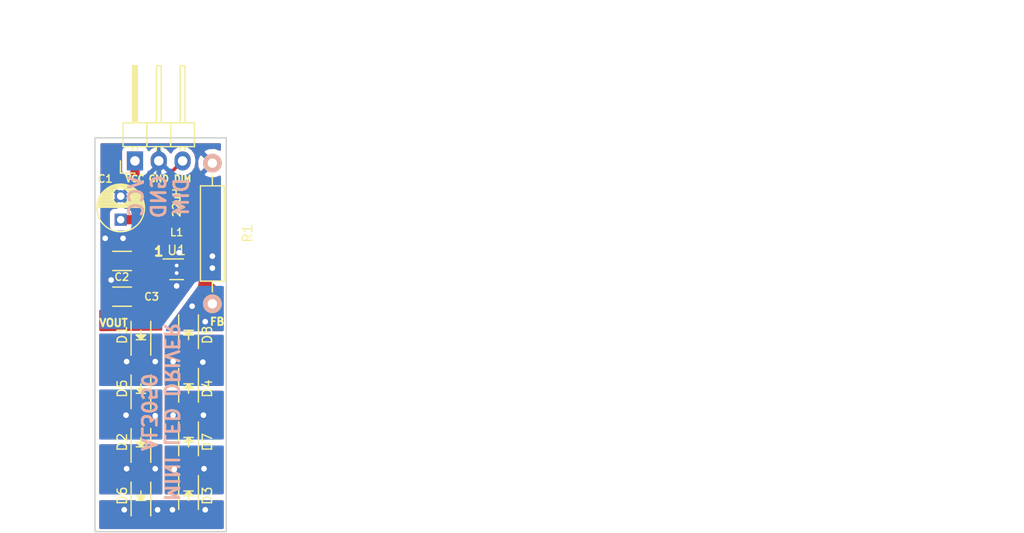
<source format=kicad_pcb>
(kicad_pcb (version 20160815) (host pcbnew "(2016-09-06 BZR 7133, Git df40159)-product")

  (general
    (links 24)
    (no_connects 0)
    (area 170.924999 58.424999 185.075001 100.575001)
    (thickness 1.6)
    (drawings 18)
    (tracks 124)
    (zones 0)
    (modules 15)
    (nets 14)
  )

  (page A4)
  (layers
    (0 F.Cu signal)
    (31 B.Cu signal)
    (32 B.Adhes user)
    (33 F.Adhes user)
    (34 B.Paste user)
    (35 F.Paste user)
    (36 B.SilkS user)
    (37 F.SilkS user)
    (38 B.Mask user)
    (39 F.Mask user)
    (40 Dwgs.User user)
    (41 Cmts.User user)
    (42 Eco1.User user)
    (43 Eco2.User user)
    (44 Edge.Cuts user)
    (45 Margin user)
    (46 B.CrtYd user)
    (47 F.CrtYd user)
    (48 B.Fab user)
    (49 F.Fab user)
  )

  (setup
    (last_trace_width 1)
    (user_trace_width 0.21)
    (user_trace_width 0.23)
    (user_trace_width 0.35)
    (user_trace_width 0.4)
    (user_trace_width 0.5)
    (user_trace_width 0.8)
    (user_trace_width 1)
    (user_trace_width 1.5)
    (trace_clearance 0.19)
    (zone_clearance 0.2)
    (zone_45_only no)
    (trace_min 0.2)
    (segment_width 0.2)
    (edge_width 0.15)
    (via_size 1)
    (via_drill 0.6)
    (via_min_size 0.6)
    (via_min_drill 0.3)
    (uvia_size 0.3)
    (uvia_drill 0.1)
    (uvias_allowed no)
    (uvia_min_size 0.3)
    (uvia_min_drill 0.1)
    (pcb_text_width 0.3)
    (pcb_text_size 1.5 1.5)
    (mod_edge_width 0.15)
    (mod_text_size 1 1)
    (mod_text_width 0.15)
    (pad_size 1.99898 1.99898)
    (pad_drill 1.00076)
    (pad_to_mask_clearance 0.2)
    (aux_axis_origin 0 0)
    (visible_elements 7FFFFFFF)
    (pcbplotparams
      (layerselection 0x010f0_ffffffff)
      (usegerberextensions true)
      (excludeedgelayer true)
      (linewidth 0.100000)
      (plotframeref false)
      (viasonmask true)
      (mode 1)
      (useauxorigin false)
      (hpglpennumber 1)
      (hpglpenspeed 20)
      (hpglpendiameter 15)
      (psnegative false)
      (psa4output false)
      (plotreference true)
      (plotvalue true)
      (plotinvisibletext false)
      (padsonsilk false)
      (subtractmaskfromsilk true)
      (outputformat 1)
      (mirror false)
      (drillshape 0)
      (scaleselection 1)
      (outputdirectory "C:/drojf/Dropbox/PCB/PCBS to send out/wakeuplight_torch"))
  )

  (net 0 "")
  (net 1 GND)
  (net 2 "Net-(D1-Pad1)")
  (net 3 "Net-(D2-Pad2)")
  (net 4 "Net-(D2-Pad1)")
  (net 5 "Net-(D3-Pad2)")
  (net 6 "Net-(D3-Pad1)")
  (net 7 "Net-(D4-Pad2)")
  (net 8 "Net-(D4-Pad1)")
  (net 9 /VIN)
  (net 10 /SW)
  (net 11 /FB)
  (net 12 /CTRL)
  (net 13 /VOUT)

  (net_class Default "This is the default net class."
    (clearance 0.19)
    (trace_width 0.25)
    (via_dia 1)
    (via_drill 0.6)
    (uvia_dia 0.3)
    (uvia_drill 0.1)
    (diff_pair_gap 0.25)
    (diff_pair_width 0.2)
    (add_net /CTRL)
    (add_net /FB)
    (add_net /SW)
    (add_net /VIN)
    (add_net /VOUT)
    (add_net GND)
    (add_net "Net-(D1-Pad1)")
    (add_net "Net-(D2-Pad1)")
    (add_net "Net-(D2-Pad2)")
    (add_net "Net-(D3-Pad1)")
    (add_net "Net-(D3-Pad2)")
    (add_net "Net-(D4-Pad1)")
    (add_net "Net-(D4-Pad2)")
  )

  (module Resistors_ThroughHole:Resistor_Horizontal_RM15mm (layer F.Cu) (tedit 569FCEE8) (tstamp 584F6E45)
    (at 183.515 61.2 270)
    (descr "Resistor, Axial, RM 15mm,")
    (tags "Resistor Axial RM 15mm")
    (path /57A4C8E0)
    (fp_text reference R1 (at 7.5 -3.74904 270) (layer F.SilkS)
      (effects (font (size 1 1) (thickness 0.15)))
    )
    (fp_text value 10R (at 7.5 4.0005 270) (layer F.Fab)
      (effects (font (size 1 1) (thickness 0.15)))
    )
    (fp_line (start 1.27 0) (end 2.42 0) (layer F.SilkS) (width 0.15))
    (fp_line (start 13.73 0) (end 12.58 0) (layer F.SilkS) (width 0.15))
    (fp_line (start 12.58 -1.27) (end 2.42 -1.27) (layer F.SilkS) (width 0.15))
    (fp_line (start 12.58 1.27) (end 12.58 -1.27) (layer F.SilkS) (width 0.15))
    (fp_line (start 2.42 1.27) (end 12.58 1.27) (layer F.SilkS) (width 0.15))
    (fp_line (start 2.42 -1.27) (end 2.42 1.27) (layer F.SilkS) (width 0.15))
    (fp_line (start 16.25 1.5) (end -1.25 1.5) (layer F.CrtYd) (width 0.05))
    (fp_line (start 16.25 -1.5) (end 16.25 1.5) (layer F.CrtYd) (width 0.05))
    (fp_line (start -1.25 -1.5) (end 16.25 -1.5) (layer F.CrtYd) (width 0.05))
    (fp_line (start -1.25 1.5) (end -1.25 -1.5) (layer F.CrtYd) (width 0.05))
    (pad 2 thru_hole circle (at 15 0 270) (size 1.99898 1.99898) (drill 1.00076) (layers *.Cu *.SilkS *.Mask)
      (net 11 /FB))
    (pad 1 thru_hole circle (at 0 0 270) (size 1.99898 1.99898) (drill 1.00076) (layers *.Cu *.SilkS *.Mask)
      (net 1 GND))
    (model Resistors_ThroughHole.3dshapes/Resistor_Horizontal_RM15mm.wrl
      (at (xyz 0.295 0 0))
      (scale (xyz 0.395 0.4 0.4))
      (rotate (xyz 0 0 0))
    )
  )

  (module LEDs:LED_1206 (layer F.Cu) (tedit 57ABE035) (tstamp 58286096)
    (at 175.895 79.52486 90)
    (descr "LED 1206 smd package")
    (tags "LED1206 SMD")
    (path /58291CB1)
    (attr smd)
    (fp_text reference D1 (at 0 -2 90) (layer F.SilkS)
      (effects (font (size 1 1) (thickness 0.15)))
    )
    (fp_text value LED (at 0 2 90) (layer F.Fab)
      (effects (font (size 1 1) (thickness 0.15)))
    )
    (fp_line (start -0.5 -0.5) (end -0.5 0.5) (layer F.Fab) (width 0.15))
    (fp_line (start -0.5 0) (end 0 -0.5) (layer F.Fab) (width 0.15))
    (fp_line (start 0 0.5) (end -0.5 0) (layer F.Fab) (width 0.15))
    (fp_line (start 0 -0.5) (end 0 0.5) (layer F.Fab) (width 0.15))
    (fp_line (start -1.6 0.8) (end -1.6 -0.8) (layer F.Fab) (width 0.15))
    (fp_line (start 1.6 0.8) (end -1.6 0.8) (layer F.Fab) (width 0.15))
    (fp_line (start 1.6 -0.8) (end 1.6 0.8) (layer F.Fab) (width 0.15))
    (fp_line (start -1.6 -0.8) (end 1.6 -0.8) (layer F.Fab) (width 0.15))
    (fp_line (start -2.15 1.05) (end 1.45 1.05) (layer F.SilkS) (width 0.15))
    (fp_line (start -2.15 -1.05) (end 1.45 -1.05) (layer F.SilkS) (width 0.15))
    (fp_line (start -0.1 -0.3) (end -0.1 0.3) (layer F.SilkS) (width 0.15))
    (fp_line (start -0.1 0.3) (end -0.4 0) (layer F.SilkS) (width 0.15))
    (fp_line (start -0.4 0) (end -0.2 -0.2) (layer F.SilkS) (width 0.15))
    (fp_line (start -0.2 -0.2) (end -0.2 0.05) (layer F.SilkS) (width 0.15))
    (fp_line (start -0.2 0.05) (end -0.25 0) (layer F.SilkS) (width 0.15))
    (fp_line (start -0.5 -0.5) (end -0.5 0.5) (layer F.SilkS) (width 0.15))
    (fp_line (start 0 0) (end 0.5 0) (layer F.SilkS) (width 0.15))
    (fp_line (start -0.5 0) (end 0 -0.5) (layer F.SilkS) (width 0.15))
    (fp_line (start 0 -0.5) (end 0 0.5) (layer F.SilkS) (width 0.15))
    (fp_line (start 0 0.5) (end -0.5 0) (layer F.SilkS) (width 0.15))
    (fp_line (start 2.5 -1.25) (end -2.5 -1.25) (layer F.CrtYd) (width 0.05))
    (fp_line (start -2.5 -1.25) (end -2.5 1.25) (layer F.CrtYd) (width 0.05))
    (fp_line (start -2.5 1.25) (end 2.5 1.25) (layer F.CrtYd) (width 0.05))
    (fp_line (start 2.5 1.25) (end 2.5 -1.25) (layer F.CrtYd) (width 0.05))
    (pad 2 smd rect (at 1.41986 0 270) (size 1.59766 1.80086) (layers F.Cu F.Paste F.Mask)
      (net 13 /VOUT))
    (pad 1 smd rect (at -1.41986 0 270) (size 1.59766 1.80086) (layers F.Cu F.Paste F.Mask)
      (net 2 "Net-(D1-Pad1)"))
    (model LEDs.3dshapes/LED_1206.wrl
      (at (xyz 0 0 0))
      (scale (xyz 1 1 1))
      (rotate (xyz 0 0 180))
    )
  )

  (module LEDs:LED_1206 (layer F.Cu) (tedit 57ABE035) (tstamp 582860A6)
    (at 175.895 90.95486 90)
    (descr "LED 1206 smd package")
    (tags "LED1206 SMD")
    (path /58291CA3)
    (attr smd)
    (fp_text reference D2 (at 0 -2 90) (layer F.SilkS)
      (effects (font (size 1 1) (thickness 0.15)))
    )
    (fp_text value LED (at 0 2 90) (layer F.Fab)
      (effects (font (size 1 1) (thickness 0.15)))
    )
    (fp_line (start -0.5 -0.5) (end -0.5 0.5) (layer F.Fab) (width 0.15))
    (fp_line (start -0.5 0) (end 0 -0.5) (layer F.Fab) (width 0.15))
    (fp_line (start 0 0.5) (end -0.5 0) (layer F.Fab) (width 0.15))
    (fp_line (start 0 -0.5) (end 0 0.5) (layer F.Fab) (width 0.15))
    (fp_line (start -1.6 0.8) (end -1.6 -0.8) (layer F.Fab) (width 0.15))
    (fp_line (start 1.6 0.8) (end -1.6 0.8) (layer F.Fab) (width 0.15))
    (fp_line (start 1.6 -0.8) (end 1.6 0.8) (layer F.Fab) (width 0.15))
    (fp_line (start -1.6 -0.8) (end 1.6 -0.8) (layer F.Fab) (width 0.15))
    (fp_line (start -2.15 1.05) (end 1.45 1.05) (layer F.SilkS) (width 0.15))
    (fp_line (start -2.15 -1.05) (end 1.45 -1.05) (layer F.SilkS) (width 0.15))
    (fp_line (start -0.1 -0.3) (end -0.1 0.3) (layer F.SilkS) (width 0.15))
    (fp_line (start -0.1 0.3) (end -0.4 0) (layer F.SilkS) (width 0.15))
    (fp_line (start -0.4 0) (end -0.2 -0.2) (layer F.SilkS) (width 0.15))
    (fp_line (start -0.2 -0.2) (end -0.2 0.05) (layer F.SilkS) (width 0.15))
    (fp_line (start -0.2 0.05) (end -0.25 0) (layer F.SilkS) (width 0.15))
    (fp_line (start -0.5 -0.5) (end -0.5 0.5) (layer F.SilkS) (width 0.15))
    (fp_line (start 0 0) (end 0.5 0) (layer F.SilkS) (width 0.15))
    (fp_line (start -0.5 0) (end 0 -0.5) (layer F.SilkS) (width 0.15))
    (fp_line (start 0 -0.5) (end 0 0.5) (layer F.SilkS) (width 0.15))
    (fp_line (start 0 0.5) (end -0.5 0) (layer F.SilkS) (width 0.15))
    (fp_line (start 2.5 -1.25) (end -2.5 -1.25) (layer F.CrtYd) (width 0.05))
    (fp_line (start -2.5 -1.25) (end -2.5 1.25) (layer F.CrtYd) (width 0.05))
    (fp_line (start -2.5 1.25) (end 2.5 1.25) (layer F.CrtYd) (width 0.05))
    (fp_line (start 2.5 1.25) (end 2.5 -1.25) (layer F.CrtYd) (width 0.05))
    (pad 2 smd rect (at 1.41986 0 270) (size 1.59766 1.80086) (layers F.Cu F.Paste F.Mask)
      (net 3 "Net-(D2-Pad2)"))
    (pad 1 smd rect (at -1.41986 0 270) (size 1.59766 1.80086) (layers F.Cu F.Paste F.Mask)
      (net 4 "Net-(D2-Pad1)"))
    (model LEDs.3dshapes/LED_1206.wrl
      (at (xyz 0 0 0))
      (scale (xyz 1 1 1))
      (rotate (xyz 0 0 180))
    )
  )

  (module LEDs:LED_1206 (layer F.Cu) (tedit 57ABE035) (tstamp 582860B6)
    (at 180.975 96.66986 270)
    (descr "LED 1206 smd package")
    (tags "LED1206 SMD")
    (path /582918F6)
    (attr smd)
    (fp_text reference D3 (at 0 -2 270) (layer F.SilkS)
      (effects (font (size 1 1) (thickness 0.15)))
    )
    (fp_text value LED (at 0 2 270) (layer F.Fab)
      (effects (font (size 1 1) (thickness 0.15)))
    )
    (fp_line (start -0.5 -0.5) (end -0.5 0.5) (layer F.Fab) (width 0.15))
    (fp_line (start -0.5 0) (end 0 -0.5) (layer F.Fab) (width 0.15))
    (fp_line (start 0 0.5) (end -0.5 0) (layer F.Fab) (width 0.15))
    (fp_line (start 0 -0.5) (end 0 0.5) (layer F.Fab) (width 0.15))
    (fp_line (start -1.6 0.8) (end -1.6 -0.8) (layer F.Fab) (width 0.15))
    (fp_line (start 1.6 0.8) (end -1.6 0.8) (layer F.Fab) (width 0.15))
    (fp_line (start 1.6 -0.8) (end 1.6 0.8) (layer F.Fab) (width 0.15))
    (fp_line (start -1.6 -0.8) (end 1.6 -0.8) (layer F.Fab) (width 0.15))
    (fp_line (start -2.15 1.05) (end 1.45 1.05) (layer F.SilkS) (width 0.15))
    (fp_line (start -2.15 -1.05) (end 1.45 -1.05) (layer F.SilkS) (width 0.15))
    (fp_line (start -0.1 -0.3) (end -0.1 0.3) (layer F.SilkS) (width 0.15))
    (fp_line (start -0.1 0.3) (end -0.4 0) (layer F.SilkS) (width 0.15))
    (fp_line (start -0.4 0) (end -0.2 -0.2) (layer F.SilkS) (width 0.15))
    (fp_line (start -0.2 -0.2) (end -0.2 0.05) (layer F.SilkS) (width 0.15))
    (fp_line (start -0.2 0.05) (end -0.25 0) (layer F.SilkS) (width 0.15))
    (fp_line (start -0.5 -0.5) (end -0.5 0.5) (layer F.SilkS) (width 0.15))
    (fp_line (start 0 0) (end 0.5 0) (layer F.SilkS) (width 0.15))
    (fp_line (start -0.5 0) (end 0 -0.5) (layer F.SilkS) (width 0.15))
    (fp_line (start 0 -0.5) (end 0 0.5) (layer F.SilkS) (width 0.15))
    (fp_line (start 0 0.5) (end -0.5 0) (layer F.SilkS) (width 0.15))
    (fp_line (start 2.5 -1.25) (end -2.5 -1.25) (layer F.CrtYd) (width 0.05))
    (fp_line (start -2.5 -1.25) (end -2.5 1.25) (layer F.CrtYd) (width 0.05))
    (fp_line (start -2.5 1.25) (end 2.5 1.25) (layer F.CrtYd) (width 0.05))
    (fp_line (start 2.5 1.25) (end 2.5 -1.25) (layer F.CrtYd) (width 0.05))
    (pad 2 smd rect (at 1.41986 0 90) (size 1.59766 1.80086) (layers F.Cu F.Paste F.Mask)
      (net 5 "Net-(D3-Pad2)"))
    (pad 1 smd rect (at -1.41986 0 90) (size 1.59766 1.80086) (layers F.Cu F.Paste F.Mask)
      (net 6 "Net-(D3-Pad1)"))
    (model LEDs.3dshapes/LED_1206.wrl
      (at (xyz 0 0 0))
      (scale (xyz 1 1 1))
      (rotate (xyz 0 0 180))
    )
  )

  (module LEDs:LED_1206 (layer F.Cu) (tedit 57ABE035) (tstamp 582860C6)
    (at 180.975 85.23986 270)
    (descr "LED 1206 smd package")
    (tags "LED1206 SMD")
    (path /5829140A)
    (attr smd)
    (fp_text reference D4 (at 0 -2 270) (layer F.SilkS)
      (effects (font (size 1 1) (thickness 0.15)))
    )
    (fp_text value LED (at 0 2 270) (layer F.Fab)
      (effects (font (size 1 1) (thickness 0.15)))
    )
    (fp_line (start -0.5 -0.5) (end -0.5 0.5) (layer F.Fab) (width 0.15))
    (fp_line (start -0.5 0) (end 0 -0.5) (layer F.Fab) (width 0.15))
    (fp_line (start 0 0.5) (end -0.5 0) (layer F.Fab) (width 0.15))
    (fp_line (start 0 -0.5) (end 0 0.5) (layer F.Fab) (width 0.15))
    (fp_line (start -1.6 0.8) (end -1.6 -0.8) (layer F.Fab) (width 0.15))
    (fp_line (start 1.6 0.8) (end -1.6 0.8) (layer F.Fab) (width 0.15))
    (fp_line (start 1.6 -0.8) (end 1.6 0.8) (layer F.Fab) (width 0.15))
    (fp_line (start -1.6 -0.8) (end 1.6 -0.8) (layer F.Fab) (width 0.15))
    (fp_line (start -2.15 1.05) (end 1.45 1.05) (layer F.SilkS) (width 0.15))
    (fp_line (start -2.15 -1.05) (end 1.45 -1.05) (layer F.SilkS) (width 0.15))
    (fp_line (start -0.1 -0.3) (end -0.1 0.3) (layer F.SilkS) (width 0.15))
    (fp_line (start -0.1 0.3) (end -0.4 0) (layer F.SilkS) (width 0.15))
    (fp_line (start -0.4 0) (end -0.2 -0.2) (layer F.SilkS) (width 0.15))
    (fp_line (start -0.2 -0.2) (end -0.2 0.05) (layer F.SilkS) (width 0.15))
    (fp_line (start -0.2 0.05) (end -0.25 0) (layer F.SilkS) (width 0.15))
    (fp_line (start -0.5 -0.5) (end -0.5 0.5) (layer F.SilkS) (width 0.15))
    (fp_line (start 0 0) (end 0.5 0) (layer F.SilkS) (width 0.15))
    (fp_line (start -0.5 0) (end 0 -0.5) (layer F.SilkS) (width 0.15))
    (fp_line (start 0 -0.5) (end 0 0.5) (layer F.SilkS) (width 0.15))
    (fp_line (start 0 0.5) (end -0.5 0) (layer F.SilkS) (width 0.15))
    (fp_line (start 2.5 -1.25) (end -2.5 -1.25) (layer F.CrtYd) (width 0.05))
    (fp_line (start -2.5 -1.25) (end -2.5 1.25) (layer F.CrtYd) (width 0.05))
    (fp_line (start -2.5 1.25) (end 2.5 1.25) (layer F.CrtYd) (width 0.05))
    (fp_line (start 2.5 1.25) (end 2.5 -1.25) (layer F.CrtYd) (width 0.05))
    (pad 2 smd rect (at 1.41986 0 90) (size 1.59766 1.80086) (layers F.Cu F.Paste F.Mask)
      (net 7 "Net-(D4-Pad2)"))
    (pad 1 smd rect (at -1.41986 0 90) (size 1.59766 1.80086) (layers F.Cu F.Paste F.Mask)
      (net 8 "Net-(D4-Pad1)"))
    (model LEDs.3dshapes/LED_1206.wrl
      (at (xyz 0 0 0))
      (scale (xyz 1 1 1))
      (rotate (xyz 0 0 180))
    )
  )

  (module LEDs:LED_1206 (layer F.Cu) (tedit 57ABE035) (tstamp 582860D6)
    (at 175.895 85.23986 90)
    (descr "LED 1206 smd package")
    (tags "LED1206 SMD")
    (path /58291CAA)
    (attr smd)
    (fp_text reference D5 (at 0 -2 90) (layer F.SilkS)
      (effects (font (size 1 1) (thickness 0.15)))
    )
    (fp_text value LED (at 0 2 90) (layer F.Fab)
      (effects (font (size 1 1) (thickness 0.15)))
    )
    (fp_line (start -0.5 -0.5) (end -0.5 0.5) (layer F.Fab) (width 0.15))
    (fp_line (start -0.5 0) (end 0 -0.5) (layer F.Fab) (width 0.15))
    (fp_line (start 0 0.5) (end -0.5 0) (layer F.Fab) (width 0.15))
    (fp_line (start 0 -0.5) (end 0 0.5) (layer F.Fab) (width 0.15))
    (fp_line (start -1.6 0.8) (end -1.6 -0.8) (layer F.Fab) (width 0.15))
    (fp_line (start 1.6 0.8) (end -1.6 0.8) (layer F.Fab) (width 0.15))
    (fp_line (start 1.6 -0.8) (end 1.6 0.8) (layer F.Fab) (width 0.15))
    (fp_line (start -1.6 -0.8) (end 1.6 -0.8) (layer F.Fab) (width 0.15))
    (fp_line (start -2.15 1.05) (end 1.45 1.05) (layer F.SilkS) (width 0.15))
    (fp_line (start -2.15 -1.05) (end 1.45 -1.05) (layer F.SilkS) (width 0.15))
    (fp_line (start -0.1 -0.3) (end -0.1 0.3) (layer F.SilkS) (width 0.15))
    (fp_line (start -0.1 0.3) (end -0.4 0) (layer F.SilkS) (width 0.15))
    (fp_line (start -0.4 0) (end -0.2 -0.2) (layer F.SilkS) (width 0.15))
    (fp_line (start -0.2 -0.2) (end -0.2 0.05) (layer F.SilkS) (width 0.15))
    (fp_line (start -0.2 0.05) (end -0.25 0) (layer F.SilkS) (width 0.15))
    (fp_line (start -0.5 -0.5) (end -0.5 0.5) (layer F.SilkS) (width 0.15))
    (fp_line (start 0 0) (end 0.5 0) (layer F.SilkS) (width 0.15))
    (fp_line (start -0.5 0) (end 0 -0.5) (layer F.SilkS) (width 0.15))
    (fp_line (start 0 -0.5) (end 0 0.5) (layer F.SilkS) (width 0.15))
    (fp_line (start 0 0.5) (end -0.5 0) (layer F.SilkS) (width 0.15))
    (fp_line (start 2.5 -1.25) (end -2.5 -1.25) (layer F.CrtYd) (width 0.05))
    (fp_line (start -2.5 -1.25) (end -2.5 1.25) (layer F.CrtYd) (width 0.05))
    (fp_line (start -2.5 1.25) (end 2.5 1.25) (layer F.CrtYd) (width 0.05))
    (fp_line (start 2.5 1.25) (end 2.5 -1.25) (layer F.CrtYd) (width 0.05))
    (pad 2 smd rect (at 1.41986 0 270) (size 1.59766 1.80086) (layers F.Cu F.Paste F.Mask)
      (net 2 "Net-(D1-Pad1)"))
    (pad 1 smd rect (at -1.41986 0 270) (size 1.59766 1.80086) (layers F.Cu F.Paste F.Mask)
      (net 3 "Net-(D2-Pad2)"))
    (model LEDs.3dshapes/LED_1206.wrl
      (at (xyz 0 0 0))
      (scale (xyz 1 1 1))
      (rotate (xyz 0 0 180))
    )
  )

  (module LEDs:LED_1206 (layer F.Cu) (tedit 57ABE035) (tstamp 582860E6)
    (at 175.895 96.66986 90)
    (descr "LED 1206 smd package")
    (tags "LED1206 SMD")
    (path /58291C9D)
    (attr smd)
    (fp_text reference D6 (at 0 -2 90) (layer F.SilkS)
      (effects (font (size 1 1) (thickness 0.15)))
    )
    (fp_text value LED (at 0 2 90) (layer F.Fab)
      (effects (font (size 1 1) (thickness 0.15)))
    )
    (fp_line (start -0.5 -0.5) (end -0.5 0.5) (layer F.Fab) (width 0.15))
    (fp_line (start -0.5 0) (end 0 -0.5) (layer F.Fab) (width 0.15))
    (fp_line (start 0 0.5) (end -0.5 0) (layer F.Fab) (width 0.15))
    (fp_line (start 0 -0.5) (end 0 0.5) (layer F.Fab) (width 0.15))
    (fp_line (start -1.6 0.8) (end -1.6 -0.8) (layer F.Fab) (width 0.15))
    (fp_line (start 1.6 0.8) (end -1.6 0.8) (layer F.Fab) (width 0.15))
    (fp_line (start 1.6 -0.8) (end 1.6 0.8) (layer F.Fab) (width 0.15))
    (fp_line (start -1.6 -0.8) (end 1.6 -0.8) (layer F.Fab) (width 0.15))
    (fp_line (start -2.15 1.05) (end 1.45 1.05) (layer F.SilkS) (width 0.15))
    (fp_line (start -2.15 -1.05) (end 1.45 -1.05) (layer F.SilkS) (width 0.15))
    (fp_line (start -0.1 -0.3) (end -0.1 0.3) (layer F.SilkS) (width 0.15))
    (fp_line (start -0.1 0.3) (end -0.4 0) (layer F.SilkS) (width 0.15))
    (fp_line (start -0.4 0) (end -0.2 -0.2) (layer F.SilkS) (width 0.15))
    (fp_line (start -0.2 -0.2) (end -0.2 0.05) (layer F.SilkS) (width 0.15))
    (fp_line (start -0.2 0.05) (end -0.25 0) (layer F.SilkS) (width 0.15))
    (fp_line (start -0.5 -0.5) (end -0.5 0.5) (layer F.SilkS) (width 0.15))
    (fp_line (start 0 0) (end 0.5 0) (layer F.SilkS) (width 0.15))
    (fp_line (start -0.5 0) (end 0 -0.5) (layer F.SilkS) (width 0.15))
    (fp_line (start 0 -0.5) (end 0 0.5) (layer F.SilkS) (width 0.15))
    (fp_line (start 0 0.5) (end -0.5 0) (layer F.SilkS) (width 0.15))
    (fp_line (start 2.5 -1.25) (end -2.5 -1.25) (layer F.CrtYd) (width 0.05))
    (fp_line (start -2.5 -1.25) (end -2.5 1.25) (layer F.CrtYd) (width 0.05))
    (fp_line (start -2.5 1.25) (end 2.5 1.25) (layer F.CrtYd) (width 0.05))
    (fp_line (start 2.5 1.25) (end 2.5 -1.25) (layer F.CrtYd) (width 0.05))
    (pad 2 smd rect (at 1.41986 0 270) (size 1.59766 1.80086) (layers F.Cu F.Paste F.Mask)
      (net 4 "Net-(D2-Pad1)"))
    (pad 1 smd rect (at -1.41986 0 270) (size 1.59766 1.80086) (layers F.Cu F.Paste F.Mask)
      (net 5 "Net-(D3-Pad2)"))
    (model LEDs.3dshapes/LED_1206.wrl
      (at (xyz 0 0 0))
      (scale (xyz 1 1 1))
      (rotate (xyz 0 0 180))
    )
  )

  (module LEDs:LED_1206 (layer F.Cu) (tedit 57ABE035) (tstamp 582860F6)
    (at 180.975 90.95486 270)
    (descr "LED 1206 smd package")
    (tags "LED1206 SMD")
    (path /58291816)
    (attr smd)
    (fp_text reference D7 (at 0 -2 270) (layer F.SilkS)
      (effects (font (size 1 1) (thickness 0.15)))
    )
    (fp_text value LED (at 0 2 270) (layer F.Fab)
      (effects (font (size 1 1) (thickness 0.15)))
    )
    (fp_line (start -0.5 -0.5) (end -0.5 0.5) (layer F.Fab) (width 0.15))
    (fp_line (start -0.5 0) (end 0 -0.5) (layer F.Fab) (width 0.15))
    (fp_line (start 0 0.5) (end -0.5 0) (layer F.Fab) (width 0.15))
    (fp_line (start 0 -0.5) (end 0 0.5) (layer F.Fab) (width 0.15))
    (fp_line (start -1.6 0.8) (end -1.6 -0.8) (layer F.Fab) (width 0.15))
    (fp_line (start 1.6 0.8) (end -1.6 0.8) (layer F.Fab) (width 0.15))
    (fp_line (start 1.6 -0.8) (end 1.6 0.8) (layer F.Fab) (width 0.15))
    (fp_line (start -1.6 -0.8) (end 1.6 -0.8) (layer F.Fab) (width 0.15))
    (fp_line (start -2.15 1.05) (end 1.45 1.05) (layer F.SilkS) (width 0.15))
    (fp_line (start -2.15 -1.05) (end 1.45 -1.05) (layer F.SilkS) (width 0.15))
    (fp_line (start -0.1 -0.3) (end -0.1 0.3) (layer F.SilkS) (width 0.15))
    (fp_line (start -0.1 0.3) (end -0.4 0) (layer F.SilkS) (width 0.15))
    (fp_line (start -0.4 0) (end -0.2 -0.2) (layer F.SilkS) (width 0.15))
    (fp_line (start -0.2 -0.2) (end -0.2 0.05) (layer F.SilkS) (width 0.15))
    (fp_line (start -0.2 0.05) (end -0.25 0) (layer F.SilkS) (width 0.15))
    (fp_line (start -0.5 -0.5) (end -0.5 0.5) (layer F.SilkS) (width 0.15))
    (fp_line (start 0 0) (end 0.5 0) (layer F.SilkS) (width 0.15))
    (fp_line (start -0.5 0) (end 0 -0.5) (layer F.SilkS) (width 0.15))
    (fp_line (start 0 -0.5) (end 0 0.5) (layer F.SilkS) (width 0.15))
    (fp_line (start 0 0.5) (end -0.5 0) (layer F.SilkS) (width 0.15))
    (fp_line (start 2.5 -1.25) (end -2.5 -1.25) (layer F.CrtYd) (width 0.05))
    (fp_line (start -2.5 -1.25) (end -2.5 1.25) (layer F.CrtYd) (width 0.05))
    (fp_line (start -2.5 1.25) (end 2.5 1.25) (layer F.CrtYd) (width 0.05))
    (fp_line (start 2.5 1.25) (end 2.5 -1.25) (layer F.CrtYd) (width 0.05))
    (pad 2 smd rect (at 1.41986 0 90) (size 1.59766 1.80086) (layers F.Cu F.Paste F.Mask)
      (net 6 "Net-(D3-Pad1)"))
    (pad 1 smd rect (at -1.41986 0 90) (size 1.59766 1.80086) (layers F.Cu F.Paste F.Mask)
      (net 7 "Net-(D4-Pad2)"))
    (model LEDs.3dshapes/LED_1206.wrl
      (at (xyz 0 0 0))
      (scale (xyz 1 1 1))
      (rotate (xyz 0 0 180))
    )
  )

  (module LEDs:LED_1206 (layer F.Cu) (tedit 57ABE035) (tstamp 58286106)
    (at 180.975 79.52486 270)
    (descr "LED 1206 smd package")
    (tags "LED1206 SMD")
    (path /58290973)
    (attr smd)
    (fp_text reference D8 (at 0 -2 270) (layer F.SilkS)
      (effects (font (size 1 1) (thickness 0.15)))
    )
    (fp_text value LED (at 0 2 270) (layer F.Fab)
      (effects (font (size 1 1) (thickness 0.15)))
    )
    (fp_line (start -0.5 -0.5) (end -0.5 0.5) (layer F.Fab) (width 0.15))
    (fp_line (start -0.5 0) (end 0 -0.5) (layer F.Fab) (width 0.15))
    (fp_line (start 0 0.5) (end -0.5 0) (layer F.Fab) (width 0.15))
    (fp_line (start 0 -0.5) (end 0 0.5) (layer F.Fab) (width 0.15))
    (fp_line (start -1.6 0.8) (end -1.6 -0.8) (layer F.Fab) (width 0.15))
    (fp_line (start 1.6 0.8) (end -1.6 0.8) (layer F.Fab) (width 0.15))
    (fp_line (start 1.6 -0.8) (end 1.6 0.8) (layer F.Fab) (width 0.15))
    (fp_line (start -1.6 -0.8) (end 1.6 -0.8) (layer F.Fab) (width 0.15))
    (fp_line (start -2.15 1.05) (end 1.45 1.05) (layer F.SilkS) (width 0.15))
    (fp_line (start -2.15 -1.05) (end 1.45 -1.05) (layer F.SilkS) (width 0.15))
    (fp_line (start -0.1 -0.3) (end -0.1 0.3) (layer F.SilkS) (width 0.15))
    (fp_line (start -0.1 0.3) (end -0.4 0) (layer F.SilkS) (width 0.15))
    (fp_line (start -0.4 0) (end -0.2 -0.2) (layer F.SilkS) (width 0.15))
    (fp_line (start -0.2 -0.2) (end -0.2 0.05) (layer F.SilkS) (width 0.15))
    (fp_line (start -0.2 0.05) (end -0.25 0) (layer F.SilkS) (width 0.15))
    (fp_line (start -0.5 -0.5) (end -0.5 0.5) (layer F.SilkS) (width 0.15))
    (fp_line (start 0 0) (end 0.5 0) (layer F.SilkS) (width 0.15))
    (fp_line (start -0.5 0) (end 0 -0.5) (layer F.SilkS) (width 0.15))
    (fp_line (start 0 -0.5) (end 0 0.5) (layer F.SilkS) (width 0.15))
    (fp_line (start 0 0.5) (end -0.5 0) (layer F.SilkS) (width 0.15))
    (fp_line (start 2.5 -1.25) (end -2.5 -1.25) (layer F.CrtYd) (width 0.05))
    (fp_line (start -2.5 -1.25) (end -2.5 1.25) (layer F.CrtYd) (width 0.05))
    (fp_line (start -2.5 1.25) (end 2.5 1.25) (layer F.CrtYd) (width 0.05))
    (fp_line (start 2.5 1.25) (end 2.5 -1.25) (layer F.CrtYd) (width 0.05))
    (pad 2 smd rect (at 1.41986 0 90) (size 1.59766 1.80086) (layers F.Cu F.Paste F.Mask)
      (net 8 "Net-(D4-Pad1)"))
    (pad 1 smd rect (at -1.41986 0 90) (size 1.59766 1.80086) (layers F.Cu F.Paste F.Mask)
      (net 11 /FB))
    (model LEDs.3dshapes/LED_1206.wrl
      (at (xyz 0 0 0))
      (scale (xyz 1 1 1))
      (rotate (xyz 0 0 180))
    )
  )

  (module Capacitors_ThroughHole:C_Radial_D5_L11_P2.5 (layer F.Cu) (tedit 58425210) (tstamp 58286138)
    (at 173.736 67.223 90)
    (descr "Radial Electrolytic Capacitor Diameter 5mm x Length 11mm, Pitch 2.5mm")
    (tags "Electrolytic Capacitor")
    (path /57AB2FA3)
    (fp_text reference C1 (at 4.358 -1.651 -180) (layer F.SilkS)
      (effects (font (size 0.8 0.8) (thickness 0.15)))
    )
    (fp_text value CP (at 1.25 3.8 90) (layer F.Fab)
      (effects (font (size 1 1) (thickness 0.15)))
    )
    (fp_line (start 1.325 -2.499) (end 1.325 2.499) (layer F.SilkS) (width 0.15))
    (fp_line (start 1.465 -2.491) (end 1.465 2.491) (layer F.SilkS) (width 0.15))
    (fp_line (start 1.605 -2.475) (end 1.605 -0.095) (layer F.SilkS) (width 0.15))
    (fp_line (start 1.605 0.095) (end 1.605 2.475) (layer F.SilkS) (width 0.15))
    (fp_line (start 1.745 -2.451) (end 1.745 -0.49) (layer F.SilkS) (width 0.15))
    (fp_line (start 1.745 0.49) (end 1.745 2.451) (layer F.SilkS) (width 0.15))
    (fp_line (start 1.885 -2.418) (end 1.885 -0.657) (layer F.SilkS) (width 0.15))
    (fp_line (start 1.885 0.657) (end 1.885 2.418) (layer F.SilkS) (width 0.15))
    (fp_line (start 2.025 -2.377) (end 2.025 -0.764) (layer F.SilkS) (width 0.15))
    (fp_line (start 2.025 0.764) (end 2.025 2.377) (layer F.SilkS) (width 0.15))
    (fp_line (start 2.165 -2.327) (end 2.165 -0.835) (layer F.SilkS) (width 0.15))
    (fp_line (start 2.165 0.835) (end 2.165 2.327) (layer F.SilkS) (width 0.15))
    (fp_line (start 2.305 -2.266) (end 2.305 -0.879) (layer F.SilkS) (width 0.15))
    (fp_line (start 2.305 0.879) (end 2.305 2.266) (layer F.SilkS) (width 0.15))
    (fp_line (start 2.445 -2.196) (end 2.445 -0.898) (layer F.SilkS) (width 0.15))
    (fp_line (start 2.445 0.898) (end 2.445 2.196) (layer F.SilkS) (width 0.15))
    (fp_line (start 2.585 -2.114) (end 2.585 -0.896) (layer F.SilkS) (width 0.15))
    (fp_line (start 2.585 0.896) (end 2.585 2.114) (layer F.SilkS) (width 0.15))
    (fp_line (start 2.725 -2.019) (end 2.725 -0.871) (layer F.SilkS) (width 0.15))
    (fp_line (start 2.725 0.871) (end 2.725 2.019) (layer F.SilkS) (width 0.15))
    (fp_line (start 2.865 -1.908) (end 2.865 -0.823) (layer F.SilkS) (width 0.15))
    (fp_line (start 2.865 0.823) (end 2.865 1.908) (layer F.SilkS) (width 0.15))
    (fp_line (start 3.005 -1.78) (end 3.005 -0.745) (layer F.SilkS) (width 0.15))
    (fp_line (start 3.005 0.745) (end 3.005 1.78) (layer F.SilkS) (width 0.15))
    (fp_line (start 3.145 -1.631) (end 3.145 -0.628) (layer F.SilkS) (width 0.15))
    (fp_line (start 3.145 0.628) (end 3.145 1.631) (layer F.SilkS) (width 0.15))
    (fp_line (start 3.285 -1.452) (end 3.285 -0.44) (layer F.SilkS) (width 0.15))
    (fp_line (start 3.285 0.44) (end 3.285 1.452) (layer F.SilkS) (width 0.15))
    (fp_line (start 3.425 -1.233) (end 3.425 1.233) (layer F.SilkS) (width 0.15))
    (fp_line (start 3.565 -0.944) (end 3.565 0.944) (layer F.SilkS) (width 0.15))
    (fp_line (start 3.705 -0.472) (end 3.705 0.472) (layer F.SilkS) (width 0.15))
    (fp_circle (center 2.5 0) (end 2.5 -0.9) (layer F.SilkS) (width 0.15))
    (fp_circle (center 1.25 0) (end 1.25 -2.5375) (layer F.SilkS) (width 0.15))
    (fp_circle (center 1.25 0) (end 1.25 -2.8) (layer F.CrtYd) (width 0.05))
    (pad 1 thru_hole rect (at 0 0 90) (size 1.3 1.3) (drill 0.8) (layers *.Cu *.Mask)
      (net 9 /VIN))
    (pad 2 thru_hole circle (at 2.5 0 90) (size 1.3 1.3) (drill 0.8) (layers *.Cu *.Mask)
      (net 1 GND))
    (model Capacitors_ThroughHole.3dshapes/C_Radial_D5_L11_P2.5.wrl
      (at (xyz 0.049213 0 0))
      (scale (xyz 1 1 1))
      (rotate (xyz 0 0 90))
    )
  )

  (module SMD_INDUCTOR_GENERAL:SMD_INDUCTOR (layer F.Cu) (tedit 584251DB) (tstamp 582866D3)
    (at 185.166 67.183 180)
    (path /57A2D6CC)
    (fp_text reference L1 (at 5.461 -1.397 180) (layer F.SilkS)
      (effects (font (size 0.8 0.8) (thickness 0.15)))
    )
    (fp_text value 22uH (at 5.461 1.778 270) (layer F.SilkS)
      (effects (font (size 0.8 0.8) (thickness 0.15)))
    )
    (pad 2 smd rect (at 8.001 0.508 180) (size 2.5 5.7) (layers F.Cu F.Paste F.Mask)
      (net 9 /VIN))
    (pad 1 smd rect (at 2.921 0.508 180) (size 2.5 5.7) (layers F.Cu F.Paste F.Mask)
      (net 10 /SW))
  )

  (module Capacitors_SMD:C_1206 (layer F.Cu) (tedit 58425158) (tstamp 5829A46F)
    (at 173.887 71.628 180)
    (descr "Capacitor SMD 1206, reflow soldering, AVX (see smccp.pdf)")
    (tags "capacitor 1206")
    (path /57AB2563)
    (attr smd)
    (fp_text reference C2 (at 0.026644 -1.706249 180) (layer F.SilkS)
      (effects (font (size 0.8 0.8) (thickness 0.15)))
    )
    (fp_text value 2.2uF (at 0 2.3 180) (layer F.Fab)
      (effects (font (size 1 1) (thickness 0.15)))
    )
    (fp_line (start -1.6 0.8) (end -1.6 -0.8) (layer F.Fab) (width 0.15))
    (fp_line (start 1.6 0.8) (end -1.6 0.8) (layer F.Fab) (width 0.15))
    (fp_line (start 1.6 -0.8) (end 1.6 0.8) (layer F.Fab) (width 0.15))
    (fp_line (start -1.6 -0.8) (end 1.6 -0.8) (layer F.Fab) (width 0.15))
    (fp_line (start -2.3 -1.15) (end 2.3 -1.15) (layer F.CrtYd) (width 0.05))
    (fp_line (start -2.3 1.15) (end 2.3 1.15) (layer F.CrtYd) (width 0.05))
    (fp_line (start -2.3 -1.15) (end -2.3 1.15) (layer F.CrtYd) (width 0.05))
    (fp_line (start 2.3 -1.15) (end 2.3 1.15) (layer F.CrtYd) (width 0.05))
    (fp_line (start 1 -1.025) (end -1 -1.025) (layer F.SilkS) (width 0.15))
    (fp_line (start -1 1.025) (end 1 1.025) (layer F.SilkS) (width 0.15))
    (pad 1 smd rect (at -1.5 0 180) (size 1 1.6) (layers F.Cu F.Paste F.Mask)
      (net 9 /VIN))
    (pad 2 smd rect (at 1.5 0 180) (size 1 1.6) (layers F.Cu F.Paste F.Mask)
      (net 1 GND))
    (model Capacitors_SMD.3dshapes/C_1206.wrl
      (at (xyz 0 0 0))
      (scale (xyz 1 1 1))
      (rotate (xyz 0 0 0))
    )
  )

  (module Capacitors_SMD:C_1206 (layer F.Cu) (tedit 5842515C) (tstamp 5829A47E)
    (at 173.887 75.438 180)
    (descr "Capacitor SMD 1206, reflow soldering, AVX (see smccp.pdf)")
    (tags "capacitor 1206")
    (path /5828F73E)
    (attr smd)
    (fp_text reference C3 (at -3.151 0 180) (layer F.SilkS)
      (effects (font (size 0.8 0.8) (thickness 0.15)))
    )
    (fp_text value 1uF (at 0 2.3 180) (layer F.Fab)
      (effects (font (size 1 1) (thickness 0.15)))
    )
    (fp_line (start -1.6 0.8) (end -1.6 -0.8) (layer F.Fab) (width 0.15))
    (fp_line (start 1.6 0.8) (end -1.6 0.8) (layer F.Fab) (width 0.15))
    (fp_line (start 1.6 -0.8) (end 1.6 0.8) (layer F.Fab) (width 0.15))
    (fp_line (start -1.6 -0.8) (end 1.6 -0.8) (layer F.Fab) (width 0.15))
    (fp_line (start -2.3 -1.15) (end 2.3 -1.15) (layer F.CrtYd) (width 0.05))
    (fp_line (start -2.3 1.15) (end 2.3 1.15) (layer F.CrtYd) (width 0.05))
    (fp_line (start -2.3 -1.15) (end -2.3 1.15) (layer F.CrtYd) (width 0.05))
    (fp_line (start 2.3 -1.15) (end 2.3 1.15) (layer F.CrtYd) (width 0.05))
    (fp_line (start 1 -1.025) (end -1 -1.025) (layer F.SilkS) (width 0.15))
    (fp_line (start -1 1.025) (end 1 1.025) (layer F.SilkS) (width 0.15))
    (pad 1 smd rect (at -1.5 0 180) (size 1 1.6) (layers F.Cu F.Paste F.Mask)
      (net 13 /VOUT))
    (pad 2 smd rect (at 1.5 0 180) (size 1 1.6) (layers F.Cu F.Paste F.Mask)
      (net 1 GND))
    (model Capacitors_SMD.3dshapes/C_1206.wrl
      (at (xyz 0 0 0))
      (scale (xyz 1 1 1))
      (rotate (xyz 0 0 0))
    )
  )

  (module Pin_Headers:Pin_Header_Angled_1x03 (layer F.Cu) (tedit 584250F6) (tstamp 5829B2B2)
    (at 175.26 60.96 90)
    (descr "Through hole pin header")
    (tags "pin header")
    (path /5829A565)
    (fp_text reference P1 (at 1.27 -3.175 180) (layer F.Fab)
      (effects (font (size 1 1) (thickness 0.15)))
    )
    (fp_text value CONN_01X03 (at 0 -3.1 90) (layer F.Fab)
      (effects (font (size 1 1) (thickness 0.15)))
    )
    (fp_line (start -1.5 -1.75) (end -1.5 6.85) (layer F.CrtYd) (width 0.05))
    (fp_line (start 10.65 -1.75) (end 10.65 6.85) (layer F.CrtYd) (width 0.05))
    (fp_line (start -1.5 -1.75) (end 10.65 -1.75) (layer F.CrtYd) (width 0.05))
    (fp_line (start -1.5 6.85) (end 10.65 6.85) (layer F.CrtYd) (width 0.05))
    (fp_line (start -1.3 -1.55) (end -1.3 0) (layer F.SilkS) (width 0.15))
    (fp_line (start 0 -1.55) (end -1.3 -1.55) (layer F.SilkS) (width 0.15))
    (fp_line (start 4.191 -0.127) (end 10.033 -0.127) (layer F.SilkS) (width 0.15))
    (fp_line (start 10.033 -0.127) (end 10.033 0.127) (layer F.SilkS) (width 0.15))
    (fp_line (start 10.033 0.127) (end 4.191 0.127) (layer F.SilkS) (width 0.15))
    (fp_line (start 4.191 0.127) (end 4.191 0) (layer F.SilkS) (width 0.15))
    (fp_line (start 4.191 0) (end 10.033 0) (layer F.SilkS) (width 0.15))
    (fp_line (start 1.524 -0.254) (end 1.143 -0.254) (layer F.SilkS) (width 0.15))
    (fp_line (start 1.524 0.254) (end 1.143 0.254) (layer F.SilkS) (width 0.15))
    (fp_line (start 1.524 2.286) (end 1.143 2.286) (layer F.SilkS) (width 0.15))
    (fp_line (start 1.524 2.794) (end 1.143 2.794) (layer F.SilkS) (width 0.15))
    (fp_line (start 1.524 4.826) (end 1.143 4.826) (layer F.SilkS) (width 0.15))
    (fp_line (start 1.524 5.334) (end 1.143 5.334) (layer F.SilkS) (width 0.15))
    (fp_line (start 4.064 1.27) (end 4.064 -1.27) (layer F.SilkS) (width 0.15))
    (fp_line (start 10.16 0.254) (end 4.064 0.254) (layer F.SilkS) (width 0.15))
    (fp_line (start 10.16 -0.254) (end 10.16 0.254) (layer F.SilkS) (width 0.15))
    (fp_line (start 4.064 -0.254) (end 10.16 -0.254) (layer F.SilkS) (width 0.15))
    (fp_line (start 1.524 1.27) (end 4.064 1.27) (layer F.SilkS) (width 0.15))
    (fp_line (start 1.524 -1.27) (end 1.524 1.27) (layer F.SilkS) (width 0.15))
    (fp_line (start 1.524 -1.27) (end 4.064 -1.27) (layer F.SilkS) (width 0.15))
    (fp_line (start 1.524 3.81) (end 4.064 3.81) (layer F.SilkS) (width 0.15))
    (fp_line (start 1.524 3.81) (end 1.524 6.35) (layer F.SilkS) (width 0.15))
    (fp_line (start 4.064 4.826) (end 10.16 4.826) (layer F.SilkS) (width 0.15))
    (fp_line (start 10.16 4.826) (end 10.16 5.334) (layer F.SilkS) (width 0.15))
    (fp_line (start 10.16 5.334) (end 4.064 5.334) (layer F.SilkS) (width 0.15))
    (fp_line (start 4.064 6.35) (end 4.064 3.81) (layer F.SilkS) (width 0.15))
    (fp_line (start 4.064 3.81) (end 4.064 1.27) (layer F.SilkS) (width 0.15))
    (fp_line (start 10.16 2.794) (end 4.064 2.794) (layer F.SilkS) (width 0.15))
    (fp_line (start 10.16 2.286) (end 10.16 2.794) (layer F.SilkS) (width 0.15))
    (fp_line (start 4.064 2.286) (end 10.16 2.286) (layer F.SilkS) (width 0.15))
    (fp_line (start 1.524 3.81) (end 4.064 3.81) (layer F.SilkS) (width 0.15))
    (fp_line (start 1.524 1.27) (end 1.524 3.81) (layer F.SilkS) (width 0.15))
    (fp_line (start 1.524 1.27) (end 4.064 1.27) (layer F.SilkS) (width 0.15))
    (fp_line (start 1.524 6.35) (end 4.064 6.35) (layer F.SilkS) (width 0.15))
    (pad 1 thru_hole rect (at 0 0 90) (size 2.032 1.7272) (drill 1.016) (layers *.Cu *.Mask)
      (net 9 /VIN))
    (pad 2 thru_hole oval (at 0 2.54 90) (size 2.032 1.7272) (drill 1.016) (layers *.Cu *.Mask)
      (net 1 GND))
    (pad 3 thru_hole oval (at 0 5.08 90) (size 2.032 1.7272) (drill 1.016) (layers *.Cu *.Mask)
      (net 12 /CTRL))
    (model Pin_Headers.3dshapes/Pin_Header_Angled_1x03.wrl
      (at (xyz 0 -0.1 0))
      (scale (xyz 1 1 1))
      (rotate (xyz 0 0 90))
    )
  )

  (module Housings_DFN_QFN:DFN-6-1EP_2x2mm_Pitch0.65mm (layer F.Cu) (tedit 54130A77) (tstamp 5867CE7A)
    (at 179.705 72.517)
    (descr "6-Lead Plastic Dual Flat, No Lead Package (MA) - 2x2x0.9 mm Body [DFN] (see Microchip Packaging Specification 00000049BS.pdf)")
    (tags "DFN 0.65")
    (path /58289215)
    (attr smd)
    (fp_text reference U1 (at 0 -2.025) (layer F.SilkS)
      (effects (font (size 1 1) (thickness 0.15)))
    )
    (fp_text value AL3050 (at 0 2.025) (layer F.Fab)
      (effects (font (size 1 1) (thickness 0.15)))
    )
    (fp_line (start 0 -1) (end 1 -1) (layer F.Fab) (width 0.15))
    (fp_line (start 1 -1) (end 1 1) (layer F.Fab) (width 0.15))
    (fp_line (start 1 1) (end -1 1) (layer F.Fab) (width 0.15))
    (fp_line (start -1 1) (end -1 0) (layer F.Fab) (width 0.15))
    (fp_line (start -1 0) (end 0 -1) (layer F.Fab) (width 0.15))
    (fp_line (start -1.65 -1.25) (end -1.65 1.25) (layer F.CrtYd) (width 0.05))
    (fp_line (start 1.65 -1.25) (end 1.65 1.25) (layer F.CrtYd) (width 0.05))
    (fp_line (start -1.65 -1.25) (end 1.65 -1.25) (layer F.CrtYd) (width 0.05))
    (fp_line (start -1.65 1.25) (end 1.65 1.25) (layer F.CrtYd) (width 0.05))
    (fp_line (start -0.725 1.1) (end 0.725 1.1) (layer F.SilkS) (width 0.15))
    (fp_line (start -1.45 -1.1) (end 0.725 -1.1) (layer F.SilkS) (width 0.15))
    (pad 1 smd rect (at -1.05 -0.65) (size 0.65 0.35) (layers F.Cu F.Paste F.Mask)
      (net 12 /CTRL))
    (pad 2 smd rect (at -1.05 0) (size 0.65 0.35) (layers F.Cu F.Paste F.Mask)
      (net 9 /VIN))
    (pad 3 smd rect (at -1.05 0.65) (size 0.65 0.35) (layers F.Cu F.Paste F.Mask)
      (net 13 /VOUT))
    (pad 4 smd rect (at 1.05 0.65) (size 0.65 0.35) (layers F.Cu F.Paste F.Mask)
      (net 11 /FB))
    (pad 5 smd rect (at 1.05 0) (size 0.65 0.35) (layers F.Cu F.Paste F.Mask)
      (net 1 GND))
    (pad 6 smd rect (at 1.05 -0.65) (size 0.65 0.35) (layers F.Cu F.Paste F.Mask)
      (net 10 /SW))
    (pad 7 smd rect (at 0 0.4) (size 1 0.8) (layers F.Cu F.Paste F.Mask)
      (net 1 GND) (solder_paste_margin_ratio -0.2))
    (pad 7 smd rect (at 0 -0.4) (size 1 0.8) (layers F.Cu F.Paste F.Mask)
      (net 1 GND) (solder_paste_margin_ratio -0.2))
    (model Housings_DFN_QFN.3dshapes/DFN-6-1EP_2x2mm_Pitch0.65mm.wrl
      (at (xyz 0 0 0))
      (scale (xyz 1 1 1))
      (rotate (xyz 0 0 0))
    )
  )

  (gr_text "VCC\nGND\nDIM" (at 177.8 64.77 90) (layer B.SilkS)
    (effects (font (size 1.5 1.5) (thickness 0.3)) (justify mirror))
  )
  (gr_text 1 (at 177.8 70.612) (layer F.SilkS)
    (effects (font (size 1 1) (thickness 0.25)))
  )
  (gr_text FB (at 184.023 78.105) (layer F.SilkS)
    (effects (font (size 0.8 0.8) (thickness 0.2)))
  )
  (gr_text VOUT (at 172.974 78.232) (layer F.SilkS)
    (effects (font (size 0.8 0.8) (thickness 0.2)))
  )
  (gr_text > (at 174.879 64.77) (layer F.SilkS)
    (effects (font (size 1 1) (thickness 0.25)))
  )
  (gr_text VCC (at 175.26 62.865) (layer F.SilkS) (tstamp 58425AA6)
    (effects (font (size 0.7 0.7) (thickness 0.175)))
  )
  (gr_text GND (at 177.8 62.865) (layer F.SilkS) (tstamp 58425A9F)
    (effects (font (size 0.7 0.7) (thickness 0.175)))
  )
  (gr_text DIM (at 180.34 62.865) (layer F.SilkS)
    (effects (font (size 0.7 0.7) (thickness 0.175)))
  )
  (gr_text "MINI LED DRIVER\nAL3050" (at 177.927 87.757 270) (layer B.SilkS)
    (effects (font (size 1.5 1.5) (thickness 0.3)) (justify mirror))
  )
  (dimension 42 (width 0.3) (layer Dwgs.User)
    (gr_text "42.000 mm" (at 167.150001 79.5 270) (layer Dwgs.User) (tstamp 584F6B58)
      (effects (font (size 1.5 1.5) (thickness 0.3)))
    )
    (feature1 (pts (xy 171 100.5) (xy 165.800001 100.5)))
    (feature2 (pts (xy 171 58.5) (xy 165.800001 58.5)))
    (crossbar (pts (xy 168.500001 58.5) (xy 168.500001 100.5)))
    (arrow1a (pts (xy 168.500001 100.5) (xy 167.91358 99.373496)))
    (arrow1b (pts (xy 168.500001 100.5) (xy 169.086422 99.373496)))
    (arrow2a (pts (xy 168.500001 58.5) (xy 167.91358 59.626504)))
    (arrow2b (pts (xy 168.500001 58.5) (xy 169.086422 59.626504)))
  )
  (dimension 14 (width 0.3) (layer Dwgs.User)
    (gr_text "14.000 mm" (at 178 45.65) (layer Dwgs.User) (tstamp 584F6B59)
      (effects (font (size 1.5 1.5) (thickness 0.3)))
    )
    (feature1 (pts (xy 171 58.5) (xy 171 44.3)))
    (feature2 (pts (xy 185 58.5) (xy 185 44.3)))
    (crossbar (pts (xy 185 47) (xy 171 47)))
    (arrow1a (pts (xy 171 47) (xy 172.126504 46.413579)))
    (arrow1b (pts (xy 171 47) (xy 172.126504 47.586421)))
    (arrow2a (pts (xy 185 47) (xy 183.873496 46.413579)))
    (arrow2b (pts (xy 185 47) (xy 183.873496 47.586421)))
  )
  (gr_line (start 171 100.5) (end 171 58.5) (layer Edge.Cuts) (width 0.15))
  (gr_line (start 185 100.5) (end 171 100.5) (layer Edge.Cuts) (width 0.15))
  (gr_line (start 185 58.5) (end 185 100.5) (layer Edge.Cuts) (width 0.15))
  (dimension 1.905 (width 0.3) (layer Dwgs.User)
    (gr_text "1.905 mm" (at 256.968 62.0395 270) (layer Dwgs.User) (tstamp 584F6B5A)
      (effects (font (size 1.5 1.5) (thickness 0.3)))
    )
    (feature1 (pts (xy 261.62 62.992) (xy 255.618 62.992)))
    (feature2 (pts (xy 261.62 61.087) (xy 255.618 61.087)))
    (crossbar (pts (xy 258.318 61.087) (xy 258.318 62.992)))
    (arrow1a (pts (xy 258.318 62.992) (xy 257.731579 61.865496)))
    (arrow1b (pts (xy 258.318 62.992) (xy 258.904421 61.865496)))
    (arrow2a (pts (xy 258.318 61.087) (xy 257.731579 62.213504)))
    (arrow2b (pts (xy 258.318 61.087) (xy 258.904421 62.213504)))
  )
  (dimension 1.778 (width 0.3) (layer Dwgs.User)
    (gr_text "1.778 mm" (at 258.746 57.15 270) (layer Dwgs.User) (tstamp 584F6B5B)
      (effects (font (size 1.5 1.5) (thickness 0.3)))
    )
    (feature1 (pts (xy 261.62 58.039) (xy 257.396 58.039)))
    (feature2 (pts (xy 261.62 56.261) (xy 257.396 56.261)))
    (crossbar (pts (xy 260.096 56.261) (xy 260.096 58.039)))
    (arrow1a (pts (xy 260.096 58.039) (xy 259.509579 56.912496)))
    (arrow1b (pts (xy 260.096 58.039) (xy 260.682421 56.912496)))
    (arrow2a (pts (xy 260.096 56.261) (xy 259.509579 57.387504)))
    (arrow2b (pts (xy 260.096 56.261) (xy 260.682421 57.387504)))
  )
  (dimension 4.699 (width 0.3) (layer Dwgs.User)
    (gr_text "4.699 mm" (at 267.415 59.4995 270) (layer Dwgs.User) (tstamp 584F6B5C)
      (effects (font (size 1.5 1.5) (thickness 0.3)))
    )
    (feature1 (pts (xy 261.62 61.849) (xy 268.765 61.849)))
    (feature2 (pts (xy 261.62 57.15) (xy 268.765 57.15)))
    (crossbar (pts (xy 266.065 57.15) (xy 266.065 61.849)))
    (arrow1a (pts (xy 266.065 61.849) (xy 265.478579 60.722496)))
    (arrow1b (pts (xy 266.065 61.849) (xy 266.651421 60.722496)))
    (arrow2a (pts (xy 266.065 57.15) (xy 265.478579 58.276504)))
    (arrow2b (pts (xy 266.065 57.15) (xy 266.651421 58.276504)))
  )
  (gr_line (start 185 58.5) (end 171 58.5) (layer Edge.Cuts) (width 0.15))

  (segment (start 179.705 72.917) (end 179.705 74.295) (width 1) (layer F.Cu) (net 1))
  (via (at 179.705 74.295) (size 1) (drill 0.6) (layers F.Cu B.Cu) (net 1))
  (segment (start 179.705 72.117) (end 179.705 71.12) (width 1) (layer F.Cu) (net 1))
  (segment (start 183.515 72.39) (end 183.515 71.12) (width 0.35) (layer B.Cu) (net 1))
  (via (at 183.515 71.12) (size 1) (drill 0.6) (layers F.Cu B.Cu) (net 1))
  (segment (start 180.755 72.517) (end 183.388 72.517) (width 0.35) (layer F.Cu) (net 1))
  (segment (start 183.388 72.517) (end 183.515 72.39) (width 0.35) (layer F.Cu) (net 1))
  (via (at 183.515 72.39) (size 1) (drill 0.6) (layers F.Cu B.Cu) (net 1))
  (segment (start 173.99 69.29036) (end 173.99 69.215) (width 0.4) (layer F.Cu) (net 1))
  (segment (start 173.490001 69.714999) (end 173.99 69.215) (width 0.4) (layer F.Cu) (net 1))
  (segment (start 173.44432 69.76068) (end 173.490001 69.714999) (width 0.4) (layer F.Cu) (net 1))
  (segment (start 173.44432 70.39568) (end 173.44432 69.76068) (width 0.4) (layer F.Cu) (net 1))
  (via (at 173.99 69.215) (size 1) (drill 0.6) (layers F.Cu B.Cu) (net 1))
  (segment (start 172.88468 70.01468) (end 172.085 69.215) (width 0.4) (layer F.Cu) (net 1))
  (via (at 172.085 69.215) (size 1) (drill 0.6) (layers F.Cu B.Cu) (net 1))
  (segment (start 172.514 75.438) (end 172.514 73.866) (width 0.4) (layer F.Cu) (net 1))
  (segment (start 172.514 73.866) (end 172.72 73.66) (width 0.4) (layer F.Cu) (net 1))
  (via (at 172.72 73.66) (size 1) (drill 0.6) (layers F.Cu B.Cu) (net 1))
  (segment (start 177.8 61.341) (end 176.784 62.357) (width 0.5) (layer B.Cu) (net 1))
  (segment (start 177.8 60.96) (end 177.8 61.341) (width 0.5) (layer B.Cu) (net 1))
  (segment (start 177.8 60.96) (end 179.07 62.23) (width 0.5) (layer B.Cu) (net 1))
  (via (at 179.959 70.739) (size 1) (drill 0.6) (layers F.Cu B.Cu) (net 1))
  (segment (start 179.705 72.917) (end 179.705 72.117) (width 0.25) (layer F.Cu) (net 1))
  (via (at 179.705 72.117) (size 0.6) (drill 0.4) (layers F.Cu B.Cu) (net 1))
  (via (at 179.705 72.917) (size 0.6) (drill 0.4) (layers F.Cu B.Cu) (net 1))
  (segment (start 174.37862 82.3595) (end 174.370996 82.3595) (width 0.25) (layer F.Cu) (net 2))
  (segment (start 175.7934 80.94472) (end 174.37862 82.3595) (width 0.25) (layer F.Cu) (net 2))
  (segment (start 175.895 80.94472) (end 175.7934 80.94472) (width 0.25) (layer F.Cu) (net 2))
  (via (at 174.370996 82.3595) (size 1) (drill 0.6) (layers F.Cu B.Cu) (net 2))
  (segment (start 175.895 80.94472) (end 176.00422 80.94472) (width 0.25) (layer F.Cu) (net 2))
  (segment (start 176.00422 80.94472) (end 177.419 82.3595) (width 0.25) (layer F.Cu) (net 2))
  (via (at 177.419 82.3595) (size 1) (drill 0.6) (layers F.Cu B.Cu) (net 2))
  (segment (start 175.895 80.94472) (end 175.895 81.28) (width 0.25) (layer F.Cu) (net 2))
  (segment (start 175.895 80.94472) (end 175.9966 80.94472) (width 0.25) (layer F.Cu) (net 2))
  (segment (start 175.895 86.65972) (end 175.94072 86.65972) (width 0.25) (layer F.Cu) (net 3))
  (segment (start 175.94072 86.65972) (end 177.419 88.138) (width 0.25) (layer F.Cu) (net 3))
  (via (at 177.419 88.138) (size 1) (drill 0.6) (layers F.Cu B.Cu) (net 3))
  (segment (start 175.895 86.65972) (end 175.72228 86.65972) (width 0.25) (layer F.Cu) (net 3))
  (segment (start 175.72228 86.65972) (end 174.3075 88.0745) (width 0.25) (layer F.Cu) (net 3))
  (via (at 174.3075 88.0745) (size 1) (drill 0.6) (layers F.Cu B.Cu) (net 3))
  (segment (start 175.895 86.91372) (end 175.895 87.249) (width 0.25) (layer F.Cu) (net 3) (tstamp 5829B6E0))
  (segment (start 175.895 86.91372) (end 175.9966 86.91372) (width 0.25) (layer F.Cu) (net 3) (tstamp 5829B6DC))
  (segment (start 175.895 92.37472) (end 176.00422 92.37472) (width 0.25) (layer F.Cu) (net 4))
  (segment (start 176.00422 92.37472) (end 177.419 93.7895) (width 0.25) (layer F.Cu) (net 4))
  (via (at 177.419 93.7895) (size 1) (drill 0.6) (layers F.Cu B.Cu) (net 4))
  (segment (start 175.895 92.37472) (end 175.78578 92.37472) (width 0.25) (layer F.Cu) (net 4))
  (segment (start 175.78578 92.37472) (end 174.371 93.7895) (width 0.25) (layer F.Cu) (net 4))
  (via (at 174.371 93.7895) (size 1) (drill 0.6) (layers F.Cu B.Cu) (net 4))
  (segment (start 175.895 92.75572) (end 175.9966 92.75572) (width 0.25) (layer F.Cu) (net 4) (tstamp 5829B706))
  (segment (start 182.671702 98.08972) (end 182.752982 98.171) (width 0.25) (layer F.Cu) (net 5))
  (segment (start 180.975 98.08972) (end 182.671702 98.08972) (width 0.25) (layer F.Cu) (net 5))
  (via (at 182.752982 98.171) (size 1) (drill 0.6) (layers F.Cu B.Cu) (net 5))
  (segment (start 174.19828 98.08972) (end 174.117 98.171) (width 0.25) (layer F.Cu) (net 5))
  (segment (start 175.895 98.08972) (end 174.19828 98.08972) (width 0.25) (layer F.Cu) (net 5))
  (via (at 174.117 98.171) (size 1) (drill 0.6) (layers F.Cu B.Cu) (net 5))
  (segment (start 177.59173 98.08972) (end 177.67301 98.171) (width 0.25) (layer F.Cu) (net 5))
  (segment (start 175.895 98.08972) (end 177.59173 98.08972) (width 0.25) (layer F.Cu) (net 5))
  (via (at 177.67301 98.171) (size 1) (drill 0.6) (layers F.Cu B.Cu) (net 5))
  (segment (start 180.975 98.08972) (end 179.34178 98.08972) (width 0.25) (layer F.Cu) (net 5))
  (segment (start 179.34178 98.08972) (end 179.2605 98.171) (width 0.25) (layer F.Cu) (net 5))
  (via (at 179.2605 98.171) (size 1) (drill 0.6) (layers F.Cu B.Cu) (net 5))
  (segment (start 180.76672 97.96272) (end 180.975 98.171) (width 1) (layer F.Cu) (net 5))
  (segment (start 180.975 95.25) (end 180.848 95.25) (width 0.25) (layer F.Cu) (net 6))
  (segment (start 180.848 95.25) (end 179.451 93.853) (width 0.25) (layer F.Cu) (net 6))
  (via (at 179.451 93.853) (size 1) (drill 0.6) (layers F.Cu B.Cu) (net 6))
  (segment (start 180.975 95.25) (end 181.1655 95.25) (width 0.25) (layer F.Cu) (net 6))
  (segment (start 181.1655 95.25) (end 182.626 93.7895) (width 0.25) (layer F.Cu) (net 6))
  (via (at 182.626 93.7895) (size 1) (drill 0.6) (layers F.Cu B.Cu) (net 6))
  (segment (start 181.61 92.75572) (end 181.7116 92.75572) (width 0.25) (layer F.Cu) (net 6) (tstamp 5829B70D))
  (segment (start 181.61 92.75572) (end 181.61 93.091) (width 0.25) (layer F.Cu) (net 6) (tstamp 5829B708))
  (segment (start 180.975 89.535) (end 180.7845 89.535) (width 0.25) (layer F.Cu) (net 7))
  (segment (start 180.7845 89.535) (end 179.324 88.0745) (width 0.25) (layer F.Cu) (net 7))
  (via (at 179.324 88.0745) (size 1) (drill 0.6) (layers F.Cu B.Cu) (net 7))
  (segment (start 180.975 89.535) (end 181.102 89.535) (width 0.25) (layer F.Cu) (net 7))
  (segment (start 181.102 89.535) (end 182.5625 88.0745) (width 0.25) (layer F.Cu) (net 7))
  (via (at 182.5625 88.0745) (size 1) (drill 0.6) (layers F.Cu B.Cu) (net 7))
  (segment (start 181.61 86.91372) (end 181.7116 86.91372) (width 0.25) (layer F.Cu) (net 7) (tstamp 5829B6E2))
  (segment (start 181.61 86.91372) (end 181.61 87.249) (width 0.25) (layer F.Cu) (net 7) (tstamp 5829B6E1))
  (segment (start 180.975 83.82) (end 180.7845 83.82) (width 0.25) (layer F.Cu) (net 8))
  (segment (start 180.7845 83.82) (end 179.324 82.3595) (width 0.25) (layer F.Cu) (net 8))
  (via (at 179.324 82.3595) (size 1) (drill 0.6) (layers F.Cu B.Cu) (net 8))
  (segment (start 180.975 83.82) (end 181.102 83.82) (width 0.25) (layer F.Cu) (net 8))
  (segment (start 181.102 83.82) (end 182.499 82.423) (width 0.25) (layer F.Cu) (net 8))
  (via (at 182.499 82.423) (size 1) (drill 0.6) (layers F.Cu B.Cu) (net 8))
  (segment (start 181.61 80.94472) (end 181.61 81.28) (width 0.25) (layer F.Cu) (net 8) (tstamp 5829B699))
  (segment (start 181.61 80.94472) (end 181.7116 80.94472) (width 0.25) (layer F.Cu) (net 8) (tstamp 5829B696))
  (segment (start 176.911 72.517) (end 177.673 72.517) (width 0.5) (layer F.Cu) (net 9))
  (segment (start 175.895 72.517) (end 176.911 72.517) (width 1) (layer F.Cu) (net 9))
  (segment (start 177.673 72.517) (end 178.655 72.517) (width 0.35) (layer F.Cu) (net 9))
  (segment (start 175.006 72.517) (end 175.895 72.517) (width 1) (layer F.Cu) (net 9))
  (segment (start 177.165 69.215) (end 177.165 66.675) (width 1) (layer F.Cu) (net 9))
  (segment (start 176.53 67.31) (end 177.165 66.675) (width 1) (layer F.Cu) (net 9))
  (segment (start 173.736 67.223) (end 176.617 67.223) (width 1) (layer F.Cu) (net 9))
  (segment (start 176.617 67.223) (end 177.165 66.675) (width 1) (layer F.Cu) (net 9))
  (segment (start 175.26 60.96) (end 175.26 62.865) (width 1) (layer F.Cu) (net 9))
  (segment (start 175.26 62.865) (end 177.165 64.77) (width 1) (layer F.Cu) (net 9))
  (segment (start 177.165 64.77) (end 177.165 66.675) (width 1) (layer F.Cu) (net 9))
  (segment (start 181.4195 71.867) (end 181.7855 71.501) (width 0.35) (layer F.Cu) (net 10))
  (segment (start 181.7855 71.501) (end 182.1665 71.12) (width 0.35) (layer F.Cu) (net 10))
  (segment (start 182.245 71.0415) (end 181.7855 71.501) (width 0.5) (layer F.Cu) (net 10))
  (segment (start 182.245 70.612) (end 182.245 71.0415) (width 0.5) (layer F.Cu) (net 10))
  (segment (start 182.245 71.0415) (end 182.1665 71.12) (width 0.5) (layer F.Cu) (net 10))
  (segment (start 180.755 71.867) (end 181.4195 71.867) (width 0.35) (layer F.Cu) (net 10))
  (segment (start 182.245 70.612) (end 182.245 67.437) (width 0.4) (layer F.Cu) (net 10))
  (segment (start 182.245 66.675) (end 182.245 70.612) (width 1) (layer F.Cu) (net 10))
  (segment (start 180.755 73.167) (end 182.26 73.167) (width 0.35) (layer F.Cu) (net 11))
  (segment (start 182.26 73.167) (end 183.515 74.422) (width 0.35) (layer F.Cu) (net 11))
  (segment (start 183.515 74.422) (end 183.515 76.2) (width 0.35) (layer F.Cu) (net 11))
  (segment (start 180.975 78.105) (end 180.975 76.835) (width 0.5) (layer F.Cu) (net 11))
  (segment (start 180.975 76.835) (end 181.356 76.454) (width 0.5) (layer F.Cu) (net 11))
  (via (at 181.356 76.454) (size 1) (drill 0.6) (layers F.Cu B.Cu) (net 11))
  (segment (start 180.975 78.105) (end 182.753 78.105) (width 0.5) (layer F.Cu) (net 11))
  (via (at 182.753 78.105) (size 1) (drill 0.6) (layers F.Cu B.Cu) (net 11))
  (segment (start 180.975 77.47) (end 181.0766 77.47) (width 0.3) (layer F.Cu) (net 11))
  (segment (start 180.34 60.96) (end 179.07 62.23) (width 0.35) (layer F.Cu) (net 12))
  (segment (start 179.07 62.23) (end 179.07 69.723) (width 0.35) (layer F.Cu) (net 12))
  (segment (start 177.546 71.247) (end 177.546 71.598) (width 0.35) (layer F.Cu) (net 12))
  (segment (start 179.07 69.723) (end 177.546 71.247) (width 0.35) (layer F.Cu) (net 12))
  (segment (start 177.546 71.598) (end 177.815 71.867) (width 0.35) (layer F.Cu) (net 12))
  (segment (start 177.815 71.867) (end 178.655 71.867) (width 0.35) (layer F.Cu) (net 12))
  (segment (start 176.217 74.93) (end 176.022 74.93) (width 0.35) (layer F.Cu) (net 13))
  (segment (start 176.022 74.93) (end 175.514 75.438) (width 0.35) (layer F.Cu) (net 13))
  (segment (start 178.655 73.167) (end 177.98 73.167) (width 0.35) (layer F.Cu) (net 13))
  (segment (start 177.98 73.167) (end 176.217 74.93) (width 0.35) (layer F.Cu) (net 13))

  (zone (net 1) (net_name GND) (layer F.Cu) (tstamp 0) (hatch edge 0.508)
    (connect_pads (clearance 0.5))
    (min_thickness 0.254)
    (fill yes (arc_segments 16) (thermal_gap 0.508) (thermal_bridge_width 0.508))
    (polygon
      (pts
        (xy 184.912 100.457) (xy 171.069 100.457) (xy 171.069 58.547) (xy 184.912 58.547)
      )
    )
    (filled_polygon
      (pts
        (xy 184.298 59.747245) (xy 183.779418 59.554599) (xy 183.129623 59.578659) (xy 182.641042 59.781035) (xy 182.542443 60.047837)
        (xy 183.515 61.020395) (xy 183.529142 61.006252) (xy 183.708748 61.185858) (xy 183.694605 61.2) (xy 183.708748 61.214142)
        (xy 183.529142 61.393748) (xy 183.515 61.379605) (xy 182.542443 62.352163) (xy 182.641042 62.618965) (xy 183.250582 62.845401)
        (xy 183.900377 62.821341) (xy 184.298 62.656641) (xy 184.298 73.668) (xy 184.139893 73.668) (xy 182.795679 72.435804)
        (xy 182.652403 72.337194) (xy 182.416447 72.272577) (xy 182.173725 72.303176) (xy 182.065269 72.365) (xy 182.0557 72.365)
        (xy 182.106564 72.314136) (xy 182.121113 72.311242) (xy 182.405633 72.121133) (xy 182.865133 71.661633) (xy 183.027615 71.41846)
        (xy 183.041909 71.408909) (xy 183.286212 71.043284) (xy 183.372 70.612) (xy 183.372 70.164283) (xy 183.495 70.164283)
        (xy 183.739643 70.11562) (xy 183.947041 69.977041) (xy 184.08562 69.769643) (xy 184.134283 69.525) (xy 184.134283 63.825)
        (xy 184.08562 63.580357) (xy 183.947041 63.372959) (xy 183.739643 63.23438) (xy 183.495 63.185717) (xy 180.995 63.185717)
        (xy 180.750357 63.23438) (xy 180.542959 63.372959) (xy 180.40438 63.580357) (xy 180.355717 63.825) (xy 180.355717 69.525)
        (xy 180.40438 69.769643) (xy 180.542959 69.977041) (xy 180.750357 70.11562) (xy 180.995 70.164283) (xy 181.118 70.164283)
        (xy 181.118 70.612) (xy 181.170467 70.875767) (xy 181.165367 70.880867) (xy 181.050541 71.052717) (xy 180.43 71.052717)
        (xy 180.282786 71.082) (xy 179.99075 71.082) (xy 179.832 71.24075) (xy 179.832 71.484458) (xy 179.790717 71.692)
        (xy 179.790717 72.042) (xy 179.815447 72.166326) (xy 179.795 72.21569) (xy 179.795 72.27075) (xy 179.832 72.30775)
        (xy 179.832 72.72625) (xy 179.795 72.76325) (xy 179.795 72.81831) (xy 179.815447 72.867674) (xy 179.790717 72.992)
        (xy 179.790717 73.342) (xy 179.832 73.549542) (xy 179.832 73.79325) (xy 179.99075 73.952) (xy 180.282786 73.952)
        (xy 180.43 73.981283) (xy 181.08 73.981283) (xy 181.14175 73.969) (xy 181.404206 73.969) (xy 181.392619 74.050107)
        (xy 178.76399 77.617533) (xy 178.680703 74.910717) (xy 178.595589 74.614073) (xy 178.253524 74.027675) (xy 178.304907 73.976292)
        (xy 178.33 73.981283) (xy 178.98 73.981283) (xy 179.127214 73.952) (xy 179.41925 73.952) (xy 179.578 73.79325)
        (xy 179.578 73.549542) (xy 179.619283 73.342) (xy 179.619283 72.992) (xy 179.589446 72.842) (xy 179.619283 72.692)
        (xy 179.619283 72.342) (xy 179.589446 72.192) (xy 179.619283 72.042) (xy 179.619283 71.692) (xy 179.578 71.484458)
        (xy 179.578 71.24075) (xy 179.41925 71.082) (xy 179.127214 71.082) (xy 178.98 71.052717) (xy 178.874483 71.052717)
        (xy 179.637097 70.290102) (xy 179.6371 70.2901) (xy 179.810951 70.029912) (xy 179.872 69.723) (xy 179.872 62.5622)
        (xy 179.888767 62.545432) (xy 180.34 62.635188) (xy 180.910428 62.521723) (xy 181.394013 62.198601) (xy 181.717135 61.715016)
        (xy 181.8306 61.144588) (xy 181.8306 60.935582) (xy 181.869599 60.935582) (xy 181.893659 61.585377) (xy 182.096035 62.073958)
        (xy 182.362837 62.172557) (xy 183.335395 61.2) (xy 182.362837 60.227443) (xy 182.096035 60.326042) (xy 181.869599 60.935582)
        (xy 181.8306 60.935582) (xy 181.8306 60.775412) (xy 181.717135 60.204984) (xy 181.394013 59.721399) (xy 180.910428 59.398277)
        (xy 180.34 59.284812) (xy 179.769572 59.398277) (xy 179.285987 59.721399) (xy 179.078998 60.031179) (xy 178.702036 59.609268)
        (xy 178.174791 59.355291) (xy 178.159026 59.352642) (xy 177.927 59.473783) (xy 177.927 60.833) (xy 177.947 60.833)
        (xy 177.947 61.087) (xy 177.927 61.087) (xy 177.927 62.446217) (xy 178.159026 62.567358) (xy 178.174791 62.564709)
        (xy 178.268 62.51981) (xy 178.268 63.185717) (xy 177.174535 63.185717) (xy 176.480458 62.49164) (xy 176.575641 62.428041)
        (xy 176.71422 62.220643) (xy 176.733022 62.126122) (xy 176.897964 62.310732) (xy 177.425209 62.564709) (xy 177.440974 62.567358)
        (xy 177.673 62.446217) (xy 177.673 61.087) (xy 177.653 61.087) (xy 177.653 60.833) (xy 177.673 60.833)
        (xy 177.673 59.473783) (xy 177.440974 59.352642) (xy 177.425209 59.355291) (xy 176.897964 59.609268) (xy 176.733022 59.793878)
        (xy 176.71422 59.699357) (xy 176.575641 59.491959) (xy 176.368243 59.35338) (xy 176.1236 59.304717) (xy 174.3964 59.304717)
        (xy 174.151757 59.35338) (xy 173.944359 59.491959) (xy 173.80578 59.699357) (xy 173.757117 59.944) (xy 173.757117 61.976)
        (xy 173.80578 62.220643) (xy 173.944359 62.428041) (xy 174.133 62.554087) (xy 174.133 62.865) (xy 174.218788 63.296284)
        (xy 174.463091 63.661909) (xy 174.540287 63.739105) (xy 174.45541 63.823982) (xy 174.399729 63.593389) (xy 173.916922 63.425378)
        (xy 173.406572 63.454917) (xy 173.072271 63.593389) (xy 173.01659 63.823984) (xy 173.736 64.543395) (xy 173.750142 64.529252)
        (xy 173.929748 64.708858) (xy 173.915605 64.723) (xy 174.635016 65.44241) (xy 174.865611 65.386729) (xy 175.033622 64.903922)
        (xy 175.004083 64.393572) (xy 174.869258 64.068076) (xy 175.275717 64.474535) (xy 175.275717 66.096) (xy 174.800687 66.096)
        (xy 174.630643 65.98238) (xy 174.386 65.933717) (xy 174.203922 65.933717) (xy 174.399729 65.852611) (xy 174.45541 65.622016)
        (xy 173.736 64.902605) (xy 173.01659 65.622016) (xy 173.072271 65.852611) (xy 173.305342 65.933717) (xy 173.086 65.933717)
        (xy 172.841357 65.98238) (xy 172.633959 66.120959) (xy 172.49538 66.328357) (xy 172.446717 66.573) (xy 172.446717 67.873)
        (xy 172.49538 68.117643) (xy 172.633959 68.325041) (xy 172.841357 68.46362) (xy 173.086 68.512283) (xy 174.386 68.512283)
        (xy 174.630643 68.46362) (xy 174.800687 68.35) (xy 175.275717 68.35) (xy 175.275717 69.442759) (xy 174.238546 69.9142)
        (xy 174.054644 70.041644) (xy 173.918728 70.245057) (xy 173.871 70.485) (xy 173.871 73.025) (xy 173.87305 73.04435)
        (xy 173.791728 73.166057) (xy 173.744 73.406) (xy 173.744 76.208) (xy 173.522 76.208) (xy 173.522 75.72375)
        (xy 173.36325 75.565) (xy 172.514 75.565) (xy 172.514 75.585) (xy 172.26 75.585) (xy 172.26 75.565)
        (xy 172.24 75.565) (xy 172.24 75.311) (xy 172.26 75.311) (xy 172.26 74.16175) (xy 172.514 74.16175)
        (xy 172.514 75.311) (xy 173.36325 75.311) (xy 173.522 75.15225) (xy 173.522 74.51169) (xy 173.425327 74.278301)
        (xy 173.246698 74.099673) (xy 173.013309 74.003) (xy 172.67275 74.003) (xy 172.514 74.16175) (xy 172.26 74.16175)
        (xy 172.10125 74.003) (xy 171.760691 74.003) (xy 171.702 74.027311) (xy 171.702 73.038689) (xy 171.760691 73.063)
        (xy 172.10125 73.063) (xy 172.26 72.90425) (xy 172.26 71.755) (xy 172.514 71.755) (xy 172.514 72.90425)
        (xy 172.67275 73.063) (xy 173.013309 73.063) (xy 173.246698 72.966327) (xy 173.425327 72.787699) (xy 173.522 72.55431)
        (xy 173.522 71.91375) (xy 173.36325 71.755) (xy 172.514 71.755) (xy 172.26 71.755) (xy 172.24 71.755)
        (xy 172.24 71.501) (xy 172.26 71.501) (xy 172.26 70.35175) (xy 172.514 70.35175) (xy 172.514 71.501)
        (xy 173.36325 71.501) (xy 173.522 71.34225) (xy 173.522 70.70169) (xy 173.425327 70.468301) (xy 173.246698 70.289673)
        (xy 173.013309 70.193) (xy 172.67275 70.193) (xy 172.514 70.35175) (xy 172.26 70.35175) (xy 172.10125 70.193)
        (xy 171.760691 70.193) (xy 171.702 70.217311) (xy 171.702 64.542078) (xy 172.438378 64.542078) (xy 172.467917 65.052428)
        (xy 172.606389 65.386729) (xy 172.836984 65.44241) (xy 173.556395 64.723) (xy 172.836984 64.00359) (xy 172.606389 64.059271)
        (xy 172.438378 64.542078) (xy 171.702 64.542078) (xy 171.702 59.202) (xy 184.298 59.202)
      )
    )
  )
  (zone (net 1) (net_name GND) (layer B.Cu) (tstamp 0) (hatch edge 0.508)
    (connect_pads (clearance 0.5))
    (min_thickness 0.254)
    (fill yes (arc_segments 16) (thermal_gap 0.508) (thermal_bridge_width 0.508))
    (polygon
      (pts
        (xy 171.069 58.547) (xy 184.912 58.547) (xy 184.912 100.457) (xy 171.069 100.457)
      )
    )
    (filled_polygon
      (pts
        (xy 184.298 59.747245) (xy 183.779418 59.554599) (xy 183.129623 59.578659) (xy 182.641042 59.781035) (xy 182.542443 60.047837)
        (xy 183.515 61.020395) (xy 183.529142 61.006252) (xy 183.708748 61.185858) (xy 183.694605 61.2) (xy 183.708748 61.214142)
        (xy 183.529142 61.393748) (xy 183.515 61.379605) (xy 182.542443 62.352163) (xy 182.641042 62.618965) (xy 183.250582 62.845401)
        (xy 183.900377 62.821341) (xy 184.298 62.656641) (xy 184.298 73.668) (xy 181.991 73.668) (xy 181.666987 73.758209)
        (xy 181.48623 73.923064) (xy 177.931014 78.748) (xy 171.702 78.748) (xy 171.702 66.573) (xy 172.446717 66.573)
        (xy 172.446717 67.873) (xy 172.49538 68.117643) (xy 172.633959 68.325041) (xy 172.841357 68.46362) (xy 173.086 68.512283)
        (xy 174.386 68.512283) (xy 174.630643 68.46362) (xy 174.838041 68.325041) (xy 174.97662 68.117643) (xy 175.025283 67.873)
        (xy 175.025283 66.573) (xy 174.97662 66.328357) (xy 174.838041 66.120959) (xy 174.630643 65.98238) (xy 174.386 65.933717)
        (xy 174.203922 65.933717) (xy 174.399729 65.852611) (xy 174.45541 65.622016) (xy 173.736 64.902605) (xy 173.01659 65.622016)
        (xy 173.072271 65.852611) (xy 173.305342 65.933717) (xy 173.086 65.933717) (xy 172.841357 65.98238) (xy 172.633959 66.120959)
        (xy 172.49538 66.328357) (xy 172.446717 66.573) (xy 171.702 66.573) (xy 171.702 64.542078) (xy 172.438378 64.542078)
        (xy 172.467917 65.052428) (xy 172.606389 65.386729) (xy 172.836984 65.44241) (xy 173.556395 64.723) (xy 173.915605 64.723)
        (xy 174.635016 65.44241) (xy 174.865611 65.386729) (xy 175.033622 64.903922) (xy 175.004083 64.393572) (xy 174.865611 64.059271)
        (xy 174.635016 64.00359) (xy 173.915605 64.723) (xy 173.556395 64.723) (xy 172.836984 64.00359) (xy 172.606389 64.059271)
        (xy 172.438378 64.542078) (xy 171.702 64.542078) (xy 171.702 63.823984) (xy 173.01659 63.823984) (xy 173.736 64.543395)
        (xy 174.45541 63.823984) (xy 174.399729 63.593389) (xy 173.916922 63.425378) (xy 173.406572 63.454917) (xy 173.072271 63.593389)
        (xy 173.01659 63.823984) (xy 171.702 63.823984) (xy 171.702 59.944) (xy 173.757117 59.944) (xy 173.757117 61.976)
        (xy 173.80578 62.220643) (xy 173.944359 62.428041) (xy 174.151757 62.56662) (xy 174.3964 62.615283) (xy 176.1236 62.615283)
        (xy 176.368243 62.56662) (xy 176.575641 62.428041) (xy 176.71422 62.220643) (xy 176.733022 62.126122) (xy 176.897964 62.310732)
        (xy 177.425209 62.564709) (xy 177.440974 62.567358) (xy 177.673 62.446217) (xy 177.673 61.087) (xy 177.653 61.087)
        (xy 177.653 60.833) (xy 177.673 60.833) (xy 177.673 59.473783) (xy 177.927 59.473783) (xy 177.927 60.833)
        (xy 177.947 60.833) (xy 177.947 61.087) (xy 177.927 61.087) (xy 177.927 62.446217) (xy 178.159026 62.567358)
        (xy 178.174791 62.564709) (xy 178.702036 62.310732) (xy 179.078998 61.888821) (xy 179.285987 62.198601) (xy 179.769572 62.521723)
        (xy 180.34 62.635188) (xy 180.910428 62.521723) (xy 181.394013 62.198601) (xy 181.717135 61.715016) (xy 181.8306 61.144588)
        (xy 181.8306 60.935582) (xy 181.869599 60.935582) (xy 181.893659 61.585377) (xy 182.096035 62.073958) (xy 182.362837 62.172557)
        (xy 183.335395 61.2) (xy 182.362837 60.227443) (xy 182.096035 60.326042) (xy 181.869599 60.935582) (xy 181.8306 60.935582)
        (xy 181.8306 60.775412) (xy 181.717135 60.204984) (xy 181.394013 59.721399) (xy 180.910428 59.398277) (xy 180.34 59.284812)
        (xy 179.769572 59.398277) (xy 179.285987 59.721399) (xy 179.078998 60.031179) (xy 178.702036 59.609268) (xy 178.174791 59.355291)
        (xy 178.159026 59.352642) (xy 177.927 59.473783) (xy 177.673 59.473783) (xy 177.440974 59.352642) (xy 177.425209 59.355291)
        (xy 176.897964 59.609268) (xy 176.733022 59.793878) (xy 176.71422 59.699357) (xy 176.575641 59.491959) (xy 176.368243 59.35338)
        (xy 176.1236 59.304717) (xy 174.3964 59.304717) (xy 174.151757 59.35338) (xy 173.944359 59.491959) (xy 173.80578 59.699357)
        (xy 173.757117 59.944) (xy 171.702 59.944) (xy 171.702 59.202) (xy 184.298 59.202)
      )
    )
  )
  (zone (net 2) (net_name "Net-(D1-Pad1)") (layer F.Cu) (tstamp 0) (hatch edge 0.508)
    (priority 2)
    (connect_pads yes (clearance 0.2))
    (min_thickness 0.254)
    (fill yes (arc_segments 16) (thermal_gap 0.508) (thermal_bridge_width 0.508))
    (polygon
      (pts
        (xy 178.181 79.375) (xy 171.45 79.375) (xy 171.45 84.963) (xy 178.181 84.963)
      )
    )
    (filled_polygon
      (pts
        (xy 178.054 84.836) (xy 171.577 84.836) (xy 171.577 79.502) (xy 178.054 79.502)
      )
    )
  )
  (zone (net 2) (net_name "Net-(D1-Pad1)") (layer B.Cu) (tstamp 5829B670) (hatch edge 0.508)
    (priority 2)
    (connect_pads yes (clearance 0.2))
    (min_thickness 0.254)
    (fill yes (arc_segments 16) (thermal_gap 0.508) (thermal_bridge_width 0.508))
    (polygon
      (pts
        (xy 178.181 79.375) (xy 171.45 79.375) (xy 171.45 84.963) (xy 178.181 84.963)
      )
    )
    (filled_polygon
      (pts
        (xy 178.054 84.836) (xy 171.577 84.836) (xy 171.577 79.502) (xy 178.054 79.502)
      )
    )
  )
  (zone (net 8) (net_name "Net-(D4-Pad1)") (layer F.Cu) (tstamp 5829B69B) (hatch edge 0.508)
    (priority 1)
    (connect_pads yes (clearance 0.2))
    (min_thickness 0.254)
    (fill yes (arc_segments 16) (thermal_gap 0.508) (thermal_bridge_width 0.508))
    (polygon
      (pts
        (xy 185.039 79.502) (xy 178.435 79.502) (xy 178.435 84.963) (xy 185.039 84.963)
      )
    )
    (filled_polygon
      (pts
        (xy 184.598 84.836) (xy 178.562 84.836) (xy 178.562 79.629) (xy 184.598 79.629)
      )
    )
  )
  (zone (net 8) (net_name "Net-(D4-Pad1)") (layer B.Cu) (tstamp 5829B69C) (hatch edge 0.508)
    (priority 1)
    (connect_pads yes (clearance 0.2))
    (min_thickness 0.254)
    (fill yes (arc_segments 16) (thermal_gap 0.508) (thermal_bridge_width 0.508))
    (polygon
      (pts
        (xy 185.039 79.502) (xy 178.435 79.502) (xy 178.435 84.963) (xy 185.039 84.963)
      )
    )
    (filled_polygon
      (pts
        (xy 184.598 84.836) (xy 178.562 84.836) (xy 178.562 79.629) (xy 184.598 79.629)
      )
    )
  )
  (zone (net 7) (net_name "Net-(D4-Pad2)") (layer F.Cu) (tstamp 5829B6E3) (hatch edge 0.508)
    (priority 1)
    (connect_pads yes (clearance 0.2))
    (min_thickness 0.254)
    (fill yes (arc_segments 16) (thermal_gap 0.508) (thermal_bridge_width 0.508))
    (polygon
      (pts
        (xy 185.039 85.471) (xy 178.435 85.471) (xy 178.435 90.678) (xy 185.039 90.678)
      )
    )
    (filled_polygon
      (pts
        (xy 184.598 90.551) (xy 178.562 90.551) (xy 178.562 85.598) (xy 184.598 85.598)
      )
    )
  )
  (zone (net 3) (net_name "Net-(D2-Pad2)") (layer F.Cu) (tstamp 5829B6E4) (hatch edge 0.508)
    (priority 2)
    (connect_pads yes (clearance 0.2))
    (min_thickness 0.254)
    (fill yes (arc_segments 16) (thermal_gap 0.508) (thermal_bridge_width 0.508))
    (polygon
      (pts
        (xy 178.181 85.344) (xy 171.45 85.344) (xy 171.45 90.678) (xy 178.181 90.678)
      )
    )
    (filled_polygon
      (pts
        (xy 178.054 90.551) (xy 171.577 90.551) (xy 171.577 85.471) (xy 178.054 85.471)
      )
    )
  )
  (zone (net 3) (net_name "Net-(D2-Pad2)") (layer B.Cu) (tstamp 5829B6E5) (hatch edge 0.508)
    (priority 2)
    (connect_pads yes (clearance 0.2))
    (min_thickness 0.254)
    (fill yes (arc_segments 16) (thermal_gap 0.508) (thermal_bridge_width 0.508))
    (polygon
      (pts
        (xy 178.181 85.344) (xy 171.45 85.344) (xy 171.45 90.678) (xy 178.181 90.678)
      )
    )
    (filled_polygon
      (pts
        (xy 178.054 90.551) (xy 171.577 90.551) (xy 171.577 85.471) (xy 178.054 85.471)
      )
    )
  )
  (zone (net 7) (net_name "Net-(D4-Pad2)") (layer B.Cu) (tstamp 5829B6E6) (hatch edge 0.508)
    (priority 1)
    (connect_pads yes (clearance 0.2))
    (min_thickness 0.254)
    (fill yes (arc_segments 16) (thermal_gap 0.508) (thermal_bridge_width 0.508))
    (polygon
      (pts
        (xy 185.039 85.471) (xy 178.435 85.471) (xy 178.435 90.678) (xy 185.039 90.678)
      )
    )
    (filled_polygon
      (pts
        (xy 184.598 90.551) (xy 178.562 90.551) (xy 178.562 85.598) (xy 184.598 85.598)
      )
    )
  )
  (zone (net 4) (net_name "Net-(D2-Pad1)") (layer F.Cu) (tstamp 5829B70C) (hatch edge 0.508)
    (priority 2)
    (connect_pads yes (clearance 0.2))
    (min_thickness 0.254)
    (fill yes (arc_segments 16) (thermal_gap 0.508) (thermal_bridge_width 0.508))
    (polygon
      (pts
        (xy 178.181 91.186) (xy 171.45 91.186) (xy 171.45 96.52) (xy 178.181 96.52)
      )
    )
    (filled_polygon
      (pts
        (xy 178.054 96.393) (xy 171.577 96.393) (xy 171.577 91.313) (xy 178.054 91.313)
      )
    )
  )
  (zone (net 6) (net_name "Net-(D3-Pad1)") (layer F.Cu) (tstamp 5829B70E) (hatch edge 0.508)
    (priority 1)
    (connect_pads yes (clearance 0.2))
    (min_thickness 0.254)
    (fill yes (arc_segments 16) (thermal_gap 0.508) (thermal_bridge_width 0.508))
    (polygon
      (pts
        (xy 185.039 91.313) (xy 178.435 91.313) (xy 178.435 96.52) (xy 185.039 96.52)
      )
    )
    (filled_polygon
      (pts
        (xy 184.598 96.393) (xy 178.562 96.393) (xy 178.562 91.44) (xy 184.598 91.44)
      )
    )
  )
  (zone (net 6) (net_name "Net-(D3-Pad1)") (layer B.Cu) (tstamp 5829B70F) (hatch edge 0.508)
    (priority 1)
    (connect_pads yes (clearance 0.2))
    (min_thickness 0.254)
    (fill yes (arc_segments 16) (thermal_gap 0.508) (thermal_bridge_width 0.508))
    (polygon
      (pts
        (xy 185.039 91.313) (xy 178.435 91.313) (xy 178.435 96.52) (xy 185.039 96.52)
      )
    )
    (filled_polygon
      (pts
        (xy 184.598 96.393) (xy 178.562 96.393) (xy 178.562 91.44) (xy 184.598 91.44)
      )
    )
  )
  (zone (net 4) (net_name "Net-(D2-Pad1)") (layer B.Cu) (tstamp 5829B710) (hatch edge 0.508)
    (priority 2)
    (connect_pads yes (clearance 0.2))
    (min_thickness 0.254)
    (fill yes (arc_segments 16) (thermal_gap 0.508) (thermal_bridge_width 0.508))
    (polygon
      (pts
        (xy 178.181 91.186) (xy 171.45 91.186) (xy 171.45 96.52) (xy 178.181 96.52)
      )
    )
    (filled_polygon
      (pts
        (xy 178.054 96.393) (xy 171.577 96.393) (xy 171.577 91.313) (xy 178.054 91.313)
      )
    )
  )
  (zone (net 5) (net_name "Net-(D3-Pad2)") (layer F.Cu) (tstamp 0) (hatch edge 0.508)
    (priority 1)
    (connect_pads yes (clearance 0.2))
    (min_thickness 0.254)
    (fill yes (arc_segments 16) (thermal_gap 0.508) (thermal_bridge_width 0.508))
    (polygon
      (pts
        (xy 171.45 97.155) (xy 184.912 97.155) (xy 184.912 100.3935) (xy 171.45 100.33)
      )
    )
    (filled_polygon
      (pts
        (xy 184.598 100.098) (xy 171.577 100.098) (xy 171.577 97.282) (xy 184.598 97.282)
      )
    )
  )
  (zone (net 5) (net_name "Net-(D3-Pad2)") (layer B.Cu) (tstamp 5829B7BD) (hatch edge 0.508)
    (priority 1)
    (connect_pads yes (clearance 0.2))
    (min_thickness 0.254)
    (fill yes (arc_segments 16) (thermal_gap 0.508) (thermal_bridge_width 0.508))
    (polygon
      (pts
        (xy 171.45 97.155) (xy 185.039 97.155) (xy 185.039 100.394155) (xy 171.45 100.330655)
      )
    )
    (filled_polygon
      (pts
        (xy 184.598 100.098) (xy 171.577 100.098) (xy 171.577 97.282) (xy 184.598 97.282)
      )
    )
  )
  (zone (net 13) (net_name /VOUT) (layer F.Cu) (tstamp 0) (hatch edge 0.508)
    (priority 2)
    (connect_pads yes (clearance 0.2))
    (min_thickness 0.254)
    (fill yes (arc_segments 16) (thermal_gap 0.508) (thermal_bridge_width 0.508))
    (polygon
      (pts
        (xy 171.45 79.121) (xy 178.181 79.0575) (xy 178.054 74.93) (xy 177.165 73.406) (xy 174.371 73.406)
        (xy 174.371 76.835) (xy 171.45 76.835)
      )
    )
    (filled_polygon
      (pts
        (xy 177.928052 74.966138) (xy 178.05007 78.93173) (xy 171.577 78.992797) (xy 171.577 76.962) (xy 174.371 76.962)
        (xy 174.419601 76.952333) (xy 174.460803 76.924803) (xy 174.488333 76.883601) (xy 174.498 76.835) (xy 174.498 73.533)
        (xy 177.092055 73.533)
      )
    )
  )
  (zone (net 11) (net_name /FB) (layer F.Cu) (tstamp 0) (hatch edge 0.508)
    (priority 1)
    (connect_pads yes (clearance 0.2))
    (min_thickness 0.254)
    (fill yes (arc_segments 16) (thermal_gap 0.508) (thermal_bridge_width 0.508))
    (polygon
      (pts
        (xy 178.435 79.121) (xy 185.039 79.121) (xy 185.039 74.295) (xy 183.896 74.295) (xy 182.372 72.898)
        (xy 182.118 73.406) (xy 181.991 74.295)
      )
    )
    (filled_polygon
      (pts
        (xy 183.810183 74.388619) (xy 183.852542 74.414333) (xy 183.896 74.422) (xy 184.598 74.422) (xy 184.598 78.994)
        (xy 178.686332 78.994) (xy 182.093242 74.370336) (xy 182.116724 74.312961) (xy 182.24081 73.44436) (xy 182.410296 73.105389)
      )
    )
  )
  (zone (net 11) (net_name /FB) (layer B.Cu) (tstamp 5829B877) (hatch edge 0.508)
    (priority 1)
    (connect_pads yes (clearance 0.2))
    (min_thickness 0.254)
    (fill yes (arc_segments 16) (thermal_gap 0.508) (thermal_bridge_width 0.508))
    (polygon
      (pts
        (xy 178.435 79.121) (xy 185.039 79.121) (xy 185.039 74.295) (xy 181.991 74.295)
      )
    )
    (filled_polygon
      (pts
        (xy 184.598 78.994) (xy 178.686332 78.994) (xy 182.055174 74.422) (xy 184.598 74.422)
      )
    )
  )
  (zone (net 9) (net_name /VIN) (layer F.Cu) (tstamp 0) (hatch edge 0.508)
    (priority 1)
    (connect_pads yes (clearance 0.2))
    (min_thickness 0.254)
    (fill yes (arc_segments 16) (thermal_gap 0.508) (thermal_bridge_width 0.508))
    (polygon
      (pts
        (xy 176.276 69.088) (xy 178.308 69.088) (xy 178.308 69.596) (xy 176.276 71.12) (xy 176.276 72.644)
        (xy 174.498 73.025) (xy 174.498 70.485) (xy 175.895 69.85)
      )
    )
    (filled_polygon
      (pts
        (xy 178.181 69.5325) (xy 176.1998 71.0184) (xy 176.16672 71.055294) (xy 176.149 71.12) (xy 176.149 72.541331)
        (xy 174.625 72.867903) (xy 174.625 70.566777) (xy 175.947553 69.965617) (xy 175.987797 69.936705) (xy 176.008592 69.906796)
        (xy 176.35449 69.215) (xy 178.181 69.215)
      )
    )
  )
)

</source>
